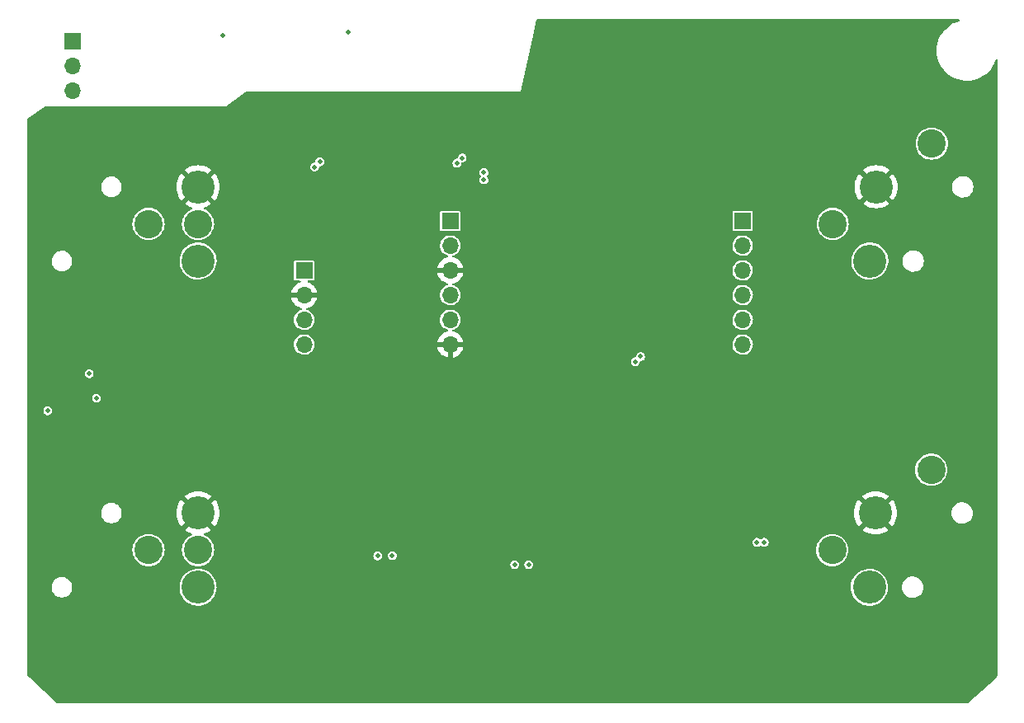
<source format=gbr>
G04 #@! TF.GenerationSoftware,KiCad,Pcbnew,6.0.2+dfsg-1*
G04 #@! TF.CreationDate,2022-08-31T21:38:21+10:00*
G04 #@! TF.ProjectId,AudioInjector.ABS.v1.balanced.preamplifier,41756469-6f49-46e6-9a65-63746f722e41,rev?*
G04 #@! TF.SameCoordinates,Original*
G04 #@! TF.FileFunction,Copper,L2,Inr*
G04 #@! TF.FilePolarity,Positive*
%FSLAX45Y45*%
G04 Gerber Fmt 4.5, Leading zero omitted, Abs format (unit mm)*
G04 Created by KiCad (PCBNEW 6.0.2+dfsg-1) date 2022-08-31 21:38:21*
%MOMM*%
%LPD*%
G01*
G04 APERTURE LIST*
G04 #@! TA.AperFunction,ComponentPad*
%ADD10C,3.400000*%
G04 #@! TD*
G04 #@! TA.AperFunction,ComponentPad*
%ADD11C,2.900000*%
G04 #@! TD*
G04 #@! TA.AperFunction,ComponentPad*
%ADD12R,1.700000X1.700000*%
G04 #@! TD*
G04 #@! TA.AperFunction,ComponentPad*
%ADD13O,1.700000X1.700000*%
G04 #@! TD*
G04 #@! TA.AperFunction,ViaPad*
%ADD14C,0.500000*%
G04 #@! TD*
G04 APERTURE END LIST*
D10*
X10987000Y-11900000D03*
X10987000Y-12662000D03*
D11*
X10987000Y-12281000D03*
X10479000Y-12281000D03*
D10*
X17943500Y-11900000D03*
X17880000Y-12662000D03*
D11*
X17498500Y-12281000D03*
X18515500Y-11456000D03*
D10*
X17938500Y-15250000D03*
X17875000Y-16012000D03*
D11*
X17493500Y-15631000D03*
X18510500Y-14806000D03*
D10*
X10987000Y-15250000D03*
X10987000Y-16012000D03*
D11*
X10987000Y-15631000D03*
X10479000Y-15631000D03*
D12*
X16575000Y-12250000D03*
D13*
X16575000Y-12504000D03*
X16575000Y-12758000D03*
X16575000Y-13012000D03*
X16575000Y-13266000D03*
X16575000Y-13520000D03*
D12*
X9700000Y-10402000D03*
D13*
X9700000Y-10656000D03*
X9700000Y-10910000D03*
D12*
X12075000Y-12758000D03*
D13*
X12075000Y-13012000D03*
X12075000Y-13266000D03*
X12075000Y-13520000D03*
D12*
X13575000Y-12250000D03*
D13*
X13575000Y-12504000D03*
X13575000Y-12758000D03*
X13575000Y-13012000D03*
X13575000Y-13266000D03*
X13575000Y-13520000D03*
D14*
X13360000Y-15375000D03*
X13755000Y-15200000D03*
X14330000Y-11890000D03*
X14050000Y-12910000D03*
X13610000Y-10990000D03*
X18930000Y-12727500D03*
X13020000Y-14150000D03*
X13080000Y-16920000D03*
X12660000Y-14410000D03*
X16320000Y-14130000D03*
X17570000Y-12790000D03*
X11910000Y-13650000D03*
X14100000Y-11150000D03*
X17400000Y-12580000D03*
X15230000Y-16155000D03*
X16890000Y-14530000D03*
X15350000Y-10520000D03*
X14760000Y-13950000D03*
X18922500Y-15992500D03*
X12885000Y-11805000D03*
X18587500Y-10217500D03*
X9440000Y-11145000D03*
X14717500Y-15555000D03*
X17600000Y-15880000D03*
X17490000Y-10990000D03*
X13700000Y-15940000D03*
X18355000Y-11725000D03*
X11975000Y-11875000D03*
X14710000Y-10830000D03*
X15840000Y-13350000D03*
X19125000Y-11512500D03*
X15440000Y-16790000D03*
X14930000Y-10420000D03*
X10240000Y-16540000D03*
X10565000Y-15370000D03*
X14837500Y-15215000D03*
X15680000Y-12380000D03*
X13700000Y-15940000D03*
X12180000Y-12090000D03*
X13320000Y-14610000D03*
X14670000Y-13480000D03*
X17140000Y-17110000D03*
X10750000Y-12675000D03*
X13265000Y-12655000D03*
X18497500Y-11180000D03*
X15290000Y-16930000D03*
X17590000Y-12540000D03*
X12812500Y-16247500D03*
X13040000Y-16460000D03*
X11450000Y-11050000D03*
X11130000Y-16300000D03*
X12545000Y-15895000D03*
X12397500Y-15895000D03*
X11215000Y-15650000D03*
X12170000Y-10980000D03*
X9300000Y-13845000D03*
X14400000Y-16210000D03*
X11850000Y-12805000D03*
X18962500Y-14725000D03*
X16020000Y-10760000D03*
X10550000Y-16040000D03*
X18287500Y-11295000D03*
X16880000Y-12080000D03*
X15670000Y-13750000D03*
X14200000Y-16330000D03*
X16870000Y-15250000D03*
X11985000Y-12580000D03*
X14380000Y-10720000D03*
X16120000Y-15230000D03*
X13330000Y-15940000D03*
X13640000Y-11400000D03*
X16150000Y-16790000D03*
X9812500Y-12947500D03*
X14270000Y-12200000D03*
X14500000Y-14990000D03*
X11245000Y-12290000D03*
X9640000Y-17115000D03*
X18347500Y-12467500D03*
X14080000Y-14610000D03*
X13300000Y-12060000D03*
X12390000Y-12710000D03*
X9842500Y-13995000D03*
X18727500Y-10875000D03*
X13450000Y-11870000D03*
X14880000Y-12150000D03*
X11385000Y-14400000D03*
X11740000Y-16100000D03*
X9455000Y-13130000D03*
X16130000Y-13340000D03*
X11480000Y-13040000D03*
X14670000Y-14240000D03*
X12589999Y-12950001D03*
X15150000Y-15310000D03*
X13330000Y-17100000D03*
X14050000Y-16690000D03*
X14210000Y-13700000D03*
X10452500Y-14670000D03*
X11080000Y-14790000D03*
X16370000Y-13460000D03*
X15370000Y-13770000D03*
X14960000Y-11730000D03*
X13470000Y-16070000D03*
X14180000Y-16910000D03*
X16100000Y-12160000D03*
X12720000Y-16920000D03*
X13330000Y-14160000D03*
X11540000Y-14910000D03*
X16010000Y-13200000D03*
X14130000Y-15990000D03*
X16670000Y-11150000D03*
X19150000Y-10792500D03*
X14690000Y-12470000D03*
X16490000Y-12020000D03*
X12570000Y-11630000D03*
X13030000Y-15410000D03*
X18135000Y-12662500D03*
X9445000Y-14357500D03*
X18505000Y-12795000D03*
X9760000Y-14950000D03*
X13820000Y-12555000D03*
X11470000Y-16530000D03*
X19115000Y-14725000D03*
X16640000Y-15910000D03*
X13850000Y-14620000D03*
X10910000Y-14955000D03*
X11450000Y-13560000D03*
X10137500Y-17010000D03*
X12070000Y-14560000D03*
X16070000Y-10590000D03*
X14780000Y-16395000D03*
X14980000Y-14880000D03*
X10725000Y-16022500D03*
X14270000Y-12770000D03*
X18647500Y-15137500D03*
X9340000Y-14067500D03*
X13400000Y-14925000D03*
X15820000Y-16085000D03*
X18937500Y-11750000D03*
X13960000Y-11920000D03*
X12200000Y-14740000D03*
X9400000Y-16835000D03*
X16267500Y-12555000D03*
X16880000Y-13870000D03*
X15320000Y-13060000D03*
X13350000Y-16290000D03*
X13800000Y-13310000D03*
X17750000Y-15605000D03*
X14080000Y-15680000D03*
X10720000Y-13820000D03*
X9852500Y-11470000D03*
X14620000Y-11430000D03*
X10055000Y-13170000D03*
X13410000Y-12910000D03*
X15150000Y-13280000D03*
X12810000Y-15360000D03*
X15000000Y-12960000D03*
X12360000Y-13210000D03*
X15510000Y-14090000D03*
X12820000Y-12410000D03*
X9850000Y-13440000D03*
X14100000Y-14120000D03*
X15680000Y-15480000D03*
X11750000Y-13860000D03*
X15170000Y-11470000D03*
X14110000Y-11380000D03*
X15480000Y-15290000D03*
X14810000Y-14610000D03*
X14600000Y-16790000D03*
X16860000Y-15410000D03*
X12905000Y-13145000D03*
X13790000Y-11580000D03*
X15070000Y-16325000D03*
X12930000Y-14490000D03*
X12050000Y-11600000D03*
X16880000Y-13735000D03*
X14350000Y-11500000D03*
X16860000Y-16040000D03*
X17300000Y-16840000D03*
X15250000Y-14560000D03*
X9452500Y-16390000D03*
X16080000Y-15405000D03*
X18170000Y-16740000D03*
X13160000Y-11150000D03*
X14540000Y-13100000D03*
X13305000Y-16735000D03*
X12480000Y-12080000D03*
X14360000Y-15230000D03*
X16660000Y-15230000D03*
X14732500Y-15332500D03*
X16330000Y-16110000D03*
X12620000Y-11150000D03*
X10450000Y-11265000D03*
X15440000Y-11330000D03*
X14520000Y-14100000D03*
X15790000Y-12070000D03*
X12650000Y-16760000D03*
X13730000Y-11890000D03*
X15180000Y-13130000D03*
X16540000Y-14950000D03*
X12187500Y-15950000D03*
X11935000Y-15870000D03*
X15860000Y-11590000D03*
X15835000Y-16335000D03*
X10232500Y-15565000D03*
X16250000Y-11540000D03*
X12320000Y-14170000D03*
X14700000Y-15010000D03*
X13620000Y-11760000D03*
X16200000Y-10970000D03*
X15440000Y-15715000D03*
X16170000Y-13690000D03*
X9465000Y-13475000D03*
X17040000Y-12010000D03*
X11320000Y-13190000D03*
X18967500Y-14897500D03*
X11140000Y-13060000D03*
X17060000Y-15330000D03*
X12650000Y-13830000D03*
X12510000Y-11370000D03*
X16280000Y-13120000D03*
X16070000Y-11890000D03*
X19127500Y-13877500D03*
X13260000Y-11650000D03*
X16630000Y-14310000D03*
X10102500Y-12460000D03*
X14460000Y-15510000D03*
X11040000Y-16950000D03*
X13210000Y-13170000D03*
X17060000Y-16060000D03*
X12420000Y-16110000D03*
X13790000Y-14120000D03*
X16140000Y-12342500D03*
X15510000Y-12220000D03*
X14730000Y-15160000D03*
X13080000Y-16160000D03*
X13500000Y-15020000D03*
X12645000Y-16600000D03*
X13785000Y-12140000D03*
X14000000Y-11660000D03*
X14490000Y-10230000D03*
X15410000Y-16450000D03*
X18922500Y-13895000D03*
X11710000Y-14470000D03*
X12940000Y-15160000D03*
X15520000Y-10270000D03*
X15470000Y-15150000D03*
X12640000Y-15000000D03*
X17332500Y-12057500D03*
X16860000Y-12800000D03*
X12550000Y-11870000D03*
X16280000Y-15610000D03*
X10292500Y-12697500D03*
X12500000Y-14760000D03*
X12082500Y-16760000D03*
X14800000Y-13600000D03*
X14220000Y-15510000D03*
X15660000Y-11620000D03*
X16070000Y-13880000D03*
X14990000Y-16020000D03*
X12925000Y-14980000D03*
X10182500Y-14792500D03*
X14240000Y-16750000D03*
X17650000Y-16230000D03*
X14750000Y-16092500D03*
X10270000Y-12040000D03*
X14530000Y-13680000D03*
X15490000Y-14420000D03*
X12190000Y-11420000D03*
X11740000Y-15110000D03*
X16650000Y-15410000D03*
X18942500Y-16847500D03*
X18757500Y-17050000D03*
X9470000Y-11725000D03*
X14520000Y-12200000D03*
X12110000Y-15020000D03*
X14660000Y-13220000D03*
X12900000Y-10980000D03*
X16340000Y-16570000D03*
X14560000Y-15200000D03*
X14910000Y-13740000D03*
X15580000Y-13520000D03*
X12730000Y-15930000D03*
X16590000Y-16580000D03*
X15470000Y-12600000D03*
X16650000Y-13730000D03*
X11625000Y-12600000D03*
X14895000Y-16295000D03*
X15580000Y-12810000D03*
X15200000Y-11780000D03*
X14010000Y-16210000D03*
X12280000Y-11890000D03*
X14950000Y-13470000D03*
X17490000Y-10260000D03*
X15580000Y-15875000D03*
X16870000Y-13220000D03*
X14510000Y-13380000D03*
X19140000Y-16850000D03*
X15450000Y-10990000D03*
X15830000Y-13010000D03*
X9782500Y-13610000D03*
X16620000Y-11750000D03*
X15260000Y-17110000D03*
X18912500Y-17125000D03*
X17980000Y-13770000D03*
X12900000Y-11340000D03*
X15410000Y-12930000D03*
X14200000Y-14850000D03*
X13012500Y-16727500D03*
X15320000Y-12440000D03*
X11870000Y-16490000D03*
X16450000Y-11790000D03*
X18727500Y-11595000D03*
X10725000Y-12155000D03*
X16330000Y-14660000D03*
X17050000Y-13650000D03*
X10030000Y-13815000D03*
X12980000Y-14760000D03*
X15600000Y-10620000D03*
X15410000Y-16005000D03*
X11720000Y-11360000D03*
X11330000Y-14050000D03*
X13500000Y-11600000D03*
X12080000Y-13990000D03*
X10062500Y-14377500D03*
X12840000Y-16720000D03*
X14890000Y-13070000D03*
X15280000Y-15490000D03*
X15450000Y-16610000D03*
X11245000Y-12640000D03*
X11740000Y-11140000D03*
X15430000Y-13370000D03*
X13300000Y-11370000D03*
X11960000Y-16930000D03*
X17320000Y-15880000D03*
X16680000Y-11990000D03*
X11985000Y-15370000D03*
X14750000Y-16610000D03*
X15770000Y-15130000D03*
X13410000Y-12250000D03*
X12192500Y-16107500D03*
X15740000Y-14740000D03*
X12595000Y-15680000D03*
X16660000Y-13880000D03*
X13210000Y-13870000D03*
X9830000Y-14402500D03*
X19125000Y-12737500D03*
X18960000Y-12095000D03*
X12320000Y-11540000D03*
X15100000Y-14500000D03*
X14490000Y-15900000D03*
X18790000Y-11352500D03*
X14680000Y-12950000D03*
X16350000Y-16830000D03*
X13580000Y-15150000D03*
X14670000Y-13620000D03*
X12327500Y-15200000D03*
X9435000Y-12510000D03*
X13440000Y-15150000D03*
X15190000Y-14940000D03*
X12770000Y-12140000D03*
X12185000Y-12430000D03*
X11515000Y-15775000D03*
X15440000Y-10660000D03*
X18490000Y-10565000D03*
X14620000Y-11860000D03*
X9415000Y-15540000D03*
X16797500Y-15550000D03*
X16722500Y-15550000D03*
X12980000Y-15687500D03*
X14235000Y-15780000D03*
X12830000Y-15690000D03*
X14380000Y-15780000D03*
X15526517Y-13643483D03*
X12236517Y-11643483D03*
X12183483Y-11696517D03*
X15473483Y-13696517D03*
X13696517Y-11603483D03*
X13920000Y-11752500D03*
X13643483Y-11656517D03*
X13920000Y-11827500D03*
X11243000Y-10342000D03*
X12525000Y-10310000D03*
X9445000Y-14200000D03*
X9870000Y-13820000D03*
X9945000Y-14070000D03*
G04 #@! TA.AperFunction,Conductor*
G36*
X18801322Y-10181891D02*
G01*
X18804918Y-10186841D01*
X18804918Y-10192959D01*
X18801322Y-10197909D01*
X18798273Y-10199405D01*
X18771603Y-10207178D01*
X18771603Y-10207178D01*
X18771334Y-10207257D01*
X18738861Y-10220874D01*
X18738615Y-10221011D01*
X18738615Y-10221012D01*
X18735293Y-10222872D01*
X18708138Y-10238079D01*
X18679561Y-10258652D01*
X18653495Y-10282328D01*
X18653310Y-10282539D01*
X18653310Y-10282540D01*
X18639652Y-10298113D01*
X18630278Y-10308802D01*
X18610207Y-10337735D01*
X18593540Y-10368753D01*
X18593436Y-10369014D01*
X18593436Y-10369014D01*
X18583881Y-10392963D01*
X18580492Y-10401459D01*
X18580418Y-10401729D01*
X18580418Y-10401729D01*
X18571765Y-10433468D01*
X18571230Y-10435432D01*
X18571187Y-10435708D01*
X18571187Y-10435708D01*
X18566440Y-10466551D01*
X18565873Y-10470235D01*
X18565862Y-10470514D01*
X18565862Y-10470514D01*
X18564616Y-10502237D01*
X18564491Y-10505420D01*
X18564512Y-10505700D01*
X18567080Y-10540257D01*
X18567080Y-10540258D01*
X18567100Y-10540536D01*
X18573668Y-10575130D01*
X18584110Y-10608759D01*
X18598292Y-10640990D01*
X18598433Y-10641232D01*
X18598434Y-10641232D01*
X18608765Y-10658947D01*
X18616031Y-10671408D01*
X18637100Y-10699622D01*
X18661227Y-10725270D01*
X18688102Y-10748021D01*
X18717381Y-10767585D01*
X18717629Y-10767713D01*
X18717630Y-10767713D01*
X18739523Y-10778989D01*
X18748685Y-10783708D01*
X18748948Y-10783807D01*
X18748949Y-10783807D01*
X18781351Y-10796083D01*
X18781352Y-10796084D01*
X18781614Y-10796183D01*
X18815743Y-10804851D01*
X18850634Y-10809599D01*
X18850870Y-10809609D01*
X18850870Y-10809609D01*
X18862013Y-10810046D01*
X18862015Y-10810046D01*
X18862108Y-10810050D01*
X18883920Y-10810050D01*
X18903422Y-10808943D01*
X18909876Y-10808576D01*
X18909876Y-10808576D01*
X18910156Y-10808560D01*
X18910432Y-10808513D01*
X18910433Y-10808513D01*
X18944583Y-10802645D01*
X18944584Y-10802645D01*
X18944860Y-10802597D01*
X18945129Y-10802519D01*
X18945129Y-10802519D01*
X18978397Y-10792822D01*
X18978397Y-10792822D01*
X18978666Y-10792743D01*
X19011139Y-10779126D01*
X19041862Y-10761921D01*
X19070440Y-10741348D01*
X19096505Y-10717672D01*
X19097228Y-10716847D01*
X19119537Y-10691409D01*
X19119537Y-10691409D01*
X19119722Y-10691198D01*
X19139793Y-10662265D01*
X19156460Y-10631247D01*
X19165432Y-10608759D01*
X19169404Y-10598801D01*
X19169508Y-10598541D01*
X19170549Y-10594725D01*
X19173903Y-10589608D01*
X19179625Y-10587440D01*
X19185528Y-10589049D01*
X19189358Y-10593821D01*
X19190000Y-10597329D01*
X19190000Y-16881604D01*
X19189748Y-16883823D01*
X19189486Y-16884964D01*
X19189732Y-16886052D01*
X19189730Y-16886976D01*
X19189833Y-16888184D01*
X19188274Y-16917931D01*
X19188166Y-16918961D01*
X19185035Y-16938727D01*
X19182258Y-16944179D01*
X19181728Y-16944671D01*
X18883526Y-17202209D01*
X18877573Y-17204603D01*
X18873236Y-17204830D01*
X18872167Y-17204737D01*
X18871122Y-17204736D01*
X18870036Y-17204486D01*
X18868949Y-17204732D01*
X18868948Y-17204732D01*
X18868842Y-17204756D01*
X18866657Y-17205000D01*
X9553396Y-17205000D01*
X9551177Y-17204748D01*
X9550036Y-17204486D01*
X9548948Y-17204732D01*
X9548024Y-17204730D01*
X9546816Y-17204833D01*
X9543809Y-17204676D01*
X9538097Y-17202483D01*
X9537491Y-17201950D01*
X9261734Y-16938727D01*
X9234138Y-16912386D01*
X9231234Y-16907000D01*
X9231087Y-16905743D01*
X9230878Y-16901751D01*
X9230171Y-16888261D01*
X9230354Y-16886179D01*
X9230323Y-16886175D01*
X9230388Y-16885618D01*
X9230514Y-16885072D01*
X9230514Y-16885000D01*
X9230248Y-16883832D01*
X9230000Y-16881630D01*
X9230000Y-16011263D01*
X9484444Y-16011263D01*
X9484960Y-16016929D01*
X9485886Y-16027106D01*
X9486311Y-16031780D01*
X9492128Y-16051543D01*
X9501673Y-16069800D01*
X9503240Y-16071749D01*
X9513558Y-16084582D01*
X9514582Y-16085855D01*
X9514953Y-16086167D01*
X9514953Y-16086167D01*
X9521549Y-16091702D01*
X9530363Y-16099098D01*
X9530788Y-16099331D01*
X9530788Y-16099331D01*
X9533528Y-16100837D01*
X9548416Y-16109022D01*
X9548878Y-16109169D01*
X9548878Y-16109169D01*
X9565460Y-16114429D01*
X9568053Y-16115252D01*
X9568534Y-16115306D01*
X9568535Y-16115306D01*
X9583811Y-16117019D01*
X9583811Y-16117019D01*
X9584086Y-16117050D01*
X9595184Y-16117050D01*
X9595424Y-16117026D01*
X9595424Y-16117026D01*
X9610022Y-16115595D01*
X9610022Y-16115595D01*
X9610503Y-16115548D01*
X9610966Y-16115408D01*
X9610966Y-16115408D01*
X9627803Y-16110325D01*
X9630225Y-16109593D01*
X9648415Y-16099922D01*
X9664380Y-16086901D01*
X9672941Y-16076553D01*
X9677204Y-16071400D01*
X9677204Y-16071400D01*
X9677512Y-16071027D01*
X9684545Y-16058020D01*
X9687080Y-16053331D01*
X9687080Y-16053331D01*
X9687310Y-16052905D01*
X9689267Y-16046585D01*
X9693259Y-16033687D01*
X9693259Y-16033687D01*
X9693402Y-16033225D01*
X9693506Y-16032244D01*
X9695505Y-16013218D01*
X9695505Y-16013218D01*
X9695556Y-16012737D01*
X9694944Y-16006015D01*
X10796559Y-16006015D01*
X10796572Y-16006364D01*
X10796572Y-16006365D01*
X10796804Y-16012253D01*
X10797615Y-16032908D01*
X10798660Y-16038627D01*
X10802201Y-16058020D01*
X10802451Y-16059384D01*
X10802561Y-16059716D01*
X10802561Y-16059716D01*
X10810614Y-16083852D01*
X10810968Y-16084915D01*
X10811125Y-16085228D01*
X10811125Y-16085228D01*
X10811961Y-16086901D01*
X10822998Y-16108990D01*
X10838300Y-16131131D01*
X10856570Y-16150894D01*
X10856841Y-16151115D01*
X10856841Y-16151115D01*
X10877170Y-16167666D01*
X10877441Y-16167887D01*
X10900499Y-16181768D01*
X10925282Y-16192263D01*
X10951297Y-16199161D01*
X10951645Y-16199202D01*
X10951645Y-16199202D01*
X10972181Y-16201632D01*
X10978025Y-16202324D01*
X10978373Y-16202316D01*
X10978374Y-16202316D01*
X10990634Y-16202027D01*
X11004931Y-16201690D01*
X11031480Y-16197271D01*
X11031813Y-16197166D01*
X11031813Y-16197165D01*
X11041437Y-16194122D01*
X11057141Y-16189155D01*
X11057457Y-16189004D01*
X11057457Y-16189004D01*
X11081087Y-16177657D01*
X11081087Y-16177656D01*
X11081403Y-16177505D01*
X11103781Y-16162553D01*
X11104041Y-16162319D01*
X11104042Y-16162319D01*
X11123568Y-16144830D01*
X11123568Y-16144830D01*
X11123829Y-16144596D01*
X11141147Y-16123994D01*
X11155389Y-16101157D01*
X11155530Y-16100837D01*
X11166130Y-16076862D01*
X11166130Y-16076861D01*
X11166271Y-16076542D01*
X11166366Y-16076205D01*
X11166366Y-16076205D01*
X11172817Y-16053331D01*
X11173577Y-16050638D01*
X11177160Y-16023964D01*
X11177497Y-16013218D01*
X11177528Y-16012253D01*
X11177528Y-16012252D01*
X11177536Y-16012000D01*
X11177483Y-16011263D01*
X11177112Y-16006015D01*
X17684559Y-16006015D01*
X17684572Y-16006364D01*
X17684572Y-16006365D01*
X17684804Y-16012253D01*
X17685615Y-16032908D01*
X17686660Y-16038627D01*
X17690201Y-16058020D01*
X17690451Y-16059384D01*
X17690561Y-16059716D01*
X17690561Y-16059716D01*
X17698614Y-16083852D01*
X17698968Y-16084915D01*
X17699125Y-16085228D01*
X17699125Y-16085228D01*
X17699961Y-16086901D01*
X17710998Y-16108990D01*
X17726300Y-16131131D01*
X17744570Y-16150894D01*
X17744841Y-16151115D01*
X17744841Y-16151115D01*
X17765170Y-16167666D01*
X17765441Y-16167887D01*
X17788499Y-16181768D01*
X17813282Y-16192263D01*
X17839297Y-16199161D01*
X17839645Y-16199202D01*
X17839645Y-16199202D01*
X17860181Y-16201632D01*
X17866025Y-16202324D01*
X17866373Y-16202316D01*
X17866374Y-16202316D01*
X17878634Y-16202027D01*
X17892931Y-16201690D01*
X17919480Y-16197271D01*
X17919813Y-16197166D01*
X17919813Y-16197165D01*
X17929437Y-16194122D01*
X17945141Y-16189155D01*
X17945457Y-16189004D01*
X17945457Y-16189004D01*
X17969087Y-16177657D01*
X17969087Y-16177656D01*
X17969403Y-16177505D01*
X17991781Y-16162553D01*
X17992041Y-16162319D01*
X17992042Y-16162319D01*
X18011568Y-16144830D01*
X18011568Y-16144830D01*
X18011829Y-16144596D01*
X18029147Y-16123994D01*
X18043389Y-16101157D01*
X18043530Y-16100837D01*
X18054130Y-16076862D01*
X18054130Y-16076861D01*
X18054271Y-16076542D01*
X18054366Y-16076205D01*
X18054366Y-16076205D01*
X18060817Y-16053331D01*
X18061577Y-16050638D01*
X18065160Y-16023964D01*
X18065497Y-16013218D01*
X18065528Y-16012253D01*
X18065528Y-16012252D01*
X18065536Y-16012000D01*
X18065483Y-16011263D01*
X18065153Y-16006600D01*
X18209081Y-16006600D01*
X18209103Y-16007071D01*
X18209103Y-16007071D01*
X18209873Y-16023710D01*
X18210052Y-16027577D01*
X18210163Y-16028035D01*
X18212608Y-16038183D01*
X18214972Y-16047992D01*
X18223664Y-16067108D01*
X18235814Y-16084236D01*
X18238917Y-16087207D01*
X18250643Y-16098432D01*
X18250643Y-16098432D01*
X18250983Y-16098757D01*
X18268625Y-16110148D01*
X18269062Y-16110325D01*
X18285749Y-16117050D01*
X18288102Y-16117998D01*
X18288564Y-16118088D01*
X18308363Y-16121955D01*
X18308363Y-16121955D01*
X18308712Y-16122023D01*
X18309264Y-16122050D01*
X18324747Y-16122050D01*
X18334354Y-16121133D01*
X18339935Y-16120601D01*
X18339936Y-16120601D01*
X18340405Y-16120556D01*
X18360555Y-16114645D01*
X18379224Y-16105029D01*
X18395738Y-16092058D01*
X18409501Y-16076197D01*
X18420017Y-16058020D01*
X18423499Y-16047992D01*
X18426751Y-16038627D01*
X18426751Y-16038627D01*
X18426905Y-16038183D01*
X18427721Y-16032558D01*
X18429851Y-16017867D01*
X18429851Y-16017867D01*
X18429919Y-16017400D01*
X18429897Y-16016929D01*
X18428970Y-15996894D01*
X18428970Y-15996894D01*
X18428948Y-15996423D01*
X18426504Y-15986284D01*
X18424138Y-15976466D01*
X18424138Y-15976466D01*
X18424028Y-15976008D01*
X18415336Y-15956892D01*
X18403186Y-15939764D01*
X18394712Y-15931651D01*
X18388357Y-15925568D01*
X18388357Y-15925568D01*
X18388017Y-15925242D01*
X18370375Y-15913851D01*
X18369938Y-15913675D01*
X18351336Y-15906178D01*
X18351335Y-15906178D01*
X18350898Y-15906002D01*
X18350369Y-15905898D01*
X18330637Y-15902045D01*
X18330637Y-15902045D01*
X18330288Y-15901977D01*
X18329736Y-15901950D01*
X18314253Y-15901950D01*
X18304646Y-15902867D01*
X18299065Y-15903399D01*
X18299065Y-15903399D01*
X18298595Y-15903444D01*
X18278445Y-15909355D01*
X18259776Y-15918970D01*
X18243262Y-15931942D01*
X18229499Y-15947803D01*
X18218983Y-15965980D01*
X18218829Y-15966424D01*
X18218829Y-15966424D01*
X18214378Y-15979241D01*
X18212095Y-15985817D01*
X18212027Y-15986284D01*
X18211234Y-15991756D01*
X18209081Y-16006600D01*
X18065153Y-16006600D01*
X18064169Y-15992702D01*
X18063635Y-15985153D01*
X18057970Y-15958842D01*
X18056118Y-15953823D01*
X18048776Y-15933921D01*
X18048655Y-15933592D01*
X18047765Y-15931942D01*
X18036041Y-15910214D01*
X18036040Y-15910214D01*
X18035874Y-15909906D01*
X18035468Y-15909355D01*
X18020093Y-15888539D01*
X18019884Y-15888257D01*
X18001003Y-15869077D01*
X17979608Y-15852749D01*
X17956126Y-15839598D01*
X17931025Y-15829887D01*
X17930685Y-15829809D01*
X17930684Y-15829808D01*
X17909848Y-15824979D01*
X17904806Y-15823810D01*
X17883804Y-15821991D01*
X17878342Y-15821518D01*
X17878342Y-15821518D01*
X17877993Y-15821488D01*
X17866421Y-15822125D01*
X17851470Y-15822948D01*
X17851469Y-15822948D01*
X17851120Y-15822967D01*
X17824723Y-15828218D01*
X17799329Y-15837135D01*
X17799019Y-15837296D01*
X17799019Y-15837296D01*
X17794588Y-15839598D01*
X17775446Y-15849542D01*
X17775161Y-15849745D01*
X17775161Y-15849745D01*
X17766312Y-15856069D01*
X17753548Y-15865190D01*
X17749211Y-15869327D01*
X17734327Y-15883526D01*
X17734327Y-15883526D01*
X17734074Y-15883767D01*
X17717412Y-15904903D01*
X17703894Y-15928176D01*
X17693790Y-15953121D01*
X17687302Y-15979241D01*
X17684559Y-16006015D01*
X11177112Y-16006015D01*
X11176169Y-15992702D01*
X11175635Y-15985153D01*
X11169970Y-15958842D01*
X11168118Y-15953823D01*
X11160776Y-15933921D01*
X11160655Y-15933592D01*
X11159765Y-15931942D01*
X11148041Y-15910214D01*
X11148040Y-15910214D01*
X11147874Y-15909906D01*
X11147468Y-15909355D01*
X11132093Y-15888539D01*
X11131884Y-15888257D01*
X11113003Y-15869077D01*
X11091608Y-15852749D01*
X11068126Y-15839598D01*
X11043025Y-15829887D01*
X11042685Y-15829809D01*
X11042684Y-15829808D01*
X11021848Y-15824979D01*
X11016806Y-15823810D01*
X10995804Y-15821991D01*
X10990342Y-15821518D01*
X10990342Y-15821518D01*
X10989993Y-15821488D01*
X10978421Y-15822125D01*
X10963470Y-15822948D01*
X10963469Y-15822948D01*
X10963120Y-15822967D01*
X10936723Y-15828218D01*
X10911329Y-15837135D01*
X10911019Y-15837296D01*
X10911019Y-15837296D01*
X10906588Y-15839598D01*
X10887446Y-15849542D01*
X10887161Y-15849745D01*
X10887161Y-15849745D01*
X10878312Y-15856069D01*
X10865548Y-15865190D01*
X10861211Y-15869327D01*
X10846327Y-15883526D01*
X10846327Y-15883526D01*
X10846074Y-15883767D01*
X10829412Y-15904903D01*
X10815894Y-15928176D01*
X10805790Y-15953121D01*
X10799302Y-15979241D01*
X10796559Y-16006015D01*
X9694944Y-16006015D01*
X9694912Y-16005666D01*
X9693733Y-15992702D01*
X9693732Y-15992702D01*
X9693689Y-15992220D01*
X9687872Y-15972457D01*
X9678327Y-15954200D01*
X9672898Y-15947447D01*
X9665722Y-15938522D01*
X9665722Y-15938522D01*
X9665419Y-15938145D01*
X9659625Y-15933283D01*
X9650009Y-15925214D01*
X9650008Y-15925214D01*
X9649637Y-15924902D01*
X9647724Y-15923851D01*
X9643474Y-15921514D01*
X9631584Y-15914978D01*
X9631123Y-15914831D01*
X9631122Y-15914831D01*
X9612408Y-15908895D01*
X9611947Y-15908748D01*
X9611466Y-15908694D01*
X9611466Y-15908694D01*
X9596189Y-15906981D01*
X9596189Y-15906981D01*
X9595914Y-15906950D01*
X9584816Y-15906950D01*
X9584576Y-15906973D01*
X9584576Y-15906973D01*
X9569978Y-15908405D01*
X9569978Y-15908405D01*
X9569497Y-15908452D01*
X9569035Y-15908592D01*
X9569034Y-15908592D01*
X9557787Y-15911987D01*
X9549775Y-15914406D01*
X9531585Y-15924078D01*
X9515620Y-15937099D01*
X9502488Y-15952972D01*
X9502258Y-15953398D01*
X9495215Y-15966424D01*
X9492690Y-15971094D01*
X9492547Y-15971556D01*
X9488230Y-15985503D01*
X9486598Y-15990775D01*
X9486547Y-15991255D01*
X9486547Y-15991256D01*
X9486395Y-15992702D01*
X9484444Y-16011263D01*
X9230000Y-16011263D01*
X9230000Y-15631000D01*
X10313440Y-15631000D01*
X10313470Y-15631387D01*
X10315426Y-15656237D01*
X10315478Y-15656899D01*
X10315569Y-15657277D01*
X10320526Y-15677924D01*
X10321543Y-15682161D01*
X10331485Y-15706163D01*
X10345059Y-15728314D01*
X10345312Y-15728610D01*
X10345312Y-15728610D01*
X10348393Y-15732217D01*
X10361931Y-15748069D01*
X10381686Y-15764941D01*
X10403837Y-15778515D01*
X10427839Y-15788457D01*
X10428216Y-15788548D01*
X10428217Y-15788548D01*
X10440681Y-15791540D01*
X10453101Y-15794522D01*
X10453487Y-15794552D01*
X10453488Y-15794553D01*
X10478613Y-15796530D01*
X10479000Y-15796560D01*
X10479388Y-15796530D01*
X10504512Y-15794553D01*
X10504513Y-15794552D01*
X10504899Y-15794522D01*
X10517319Y-15791540D01*
X10529783Y-15788548D01*
X10529784Y-15788548D01*
X10530161Y-15788457D01*
X10554163Y-15778515D01*
X10576314Y-15764941D01*
X10596069Y-15748069D01*
X10609607Y-15732217D01*
X10612688Y-15728610D01*
X10612688Y-15728610D01*
X10612941Y-15728314D01*
X10626515Y-15706163D01*
X10636457Y-15682161D01*
X10637475Y-15677924D01*
X10642432Y-15657277D01*
X10642522Y-15656899D01*
X10642574Y-15656237D01*
X10644530Y-15631387D01*
X10644560Y-15631000D01*
X10821440Y-15631000D01*
X10821470Y-15631387D01*
X10823426Y-15656237D01*
X10823478Y-15656899D01*
X10823569Y-15657277D01*
X10828526Y-15677924D01*
X10829543Y-15682161D01*
X10839485Y-15706163D01*
X10853059Y-15728314D01*
X10853312Y-15728610D01*
X10853312Y-15728610D01*
X10856393Y-15732217D01*
X10869931Y-15748069D01*
X10889686Y-15764941D01*
X10911837Y-15778515D01*
X10935839Y-15788457D01*
X10936216Y-15788548D01*
X10936217Y-15788548D01*
X10948681Y-15791540D01*
X10961101Y-15794522D01*
X10961487Y-15794552D01*
X10961488Y-15794553D01*
X10986613Y-15796530D01*
X10987000Y-15796560D01*
X10987388Y-15796530D01*
X11012512Y-15794553D01*
X11012513Y-15794552D01*
X11012899Y-15794522D01*
X11025319Y-15791540D01*
X11037783Y-15788548D01*
X11037784Y-15788548D01*
X11038161Y-15788457D01*
X11059921Y-15779444D01*
X14189490Y-15779444D01*
X14189582Y-15780144D01*
X14189582Y-15780144D01*
X14189708Y-15781112D01*
X14191163Y-15792239D01*
X14191447Y-15792884D01*
X14191447Y-15792885D01*
X14196076Y-15803405D01*
X14196360Y-15804051D01*
X14200512Y-15808990D01*
X14204210Y-15813389D01*
X14204210Y-15813389D01*
X14204664Y-15813929D01*
X14215406Y-15821080D01*
X14216079Y-15821290D01*
X14216079Y-15821290D01*
X14221385Y-15822948D01*
X14227723Y-15824928D01*
X14234174Y-15825046D01*
X14239920Y-15825151D01*
X14239920Y-15825151D01*
X14240625Y-15825164D01*
X14241306Y-15824979D01*
X14241306Y-15824979D01*
X14245703Y-15823780D01*
X14253075Y-15821770D01*
X14264072Y-15815018D01*
X14272732Y-15805451D01*
X14278359Y-15793837D01*
X14280500Y-15781112D01*
X14280513Y-15780000D01*
X14280434Y-15779444D01*
X14334490Y-15779444D01*
X14334582Y-15780144D01*
X14334582Y-15780144D01*
X14334708Y-15781112D01*
X14336163Y-15792239D01*
X14336447Y-15792884D01*
X14336447Y-15792885D01*
X14341076Y-15803405D01*
X14341360Y-15804051D01*
X14345512Y-15808990D01*
X14349210Y-15813389D01*
X14349210Y-15813389D01*
X14349664Y-15813929D01*
X14360406Y-15821080D01*
X14361079Y-15821290D01*
X14361079Y-15821290D01*
X14366385Y-15822948D01*
X14372723Y-15824928D01*
X14379174Y-15825046D01*
X14384920Y-15825151D01*
X14384920Y-15825151D01*
X14385625Y-15825164D01*
X14386306Y-15824979D01*
X14386306Y-15824979D01*
X14390703Y-15823780D01*
X14398075Y-15821770D01*
X14409072Y-15815018D01*
X14417732Y-15805451D01*
X14423359Y-15793837D01*
X14425500Y-15781112D01*
X14425513Y-15780000D01*
X14423684Y-15767226D01*
X14418343Y-15755479D01*
X14409919Y-15745703D01*
X14409328Y-15745319D01*
X14409327Y-15745319D01*
X14399682Y-15739068D01*
X14399091Y-15738684D01*
X14398415Y-15738482D01*
X14398415Y-15738482D01*
X14394133Y-15737202D01*
X14386727Y-15734987D01*
X14379064Y-15734940D01*
X14374528Y-15734912D01*
X14373823Y-15734908D01*
X14373145Y-15735101D01*
X14373145Y-15735101D01*
X14362093Y-15738260D01*
X14362093Y-15738260D01*
X14361415Y-15738454D01*
X14350502Y-15745340D01*
X14341960Y-15755012D01*
X14336475Y-15766693D01*
X14334490Y-15779444D01*
X14280434Y-15779444D01*
X14278684Y-15767226D01*
X14273343Y-15755479D01*
X14264919Y-15745703D01*
X14264328Y-15745319D01*
X14264327Y-15745319D01*
X14254682Y-15739068D01*
X14254091Y-15738684D01*
X14253415Y-15738482D01*
X14253415Y-15738482D01*
X14249133Y-15737202D01*
X14241727Y-15734987D01*
X14234064Y-15734940D01*
X14229528Y-15734912D01*
X14228823Y-15734908D01*
X14228145Y-15735101D01*
X14228145Y-15735101D01*
X14217093Y-15738260D01*
X14217093Y-15738260D01*
X14216415Y-15738454D01*
X14205502Y-15745340D01*
X14196960Y-15755012D01*
X14191475Y-15766693D01*
X14189490Y-15779444D01*
X11059921Y-15779444D01*
X11062163Y-15778515D01*
X11084314Y-15764941D01*
X11104069Y-15748069D01*
X11117607Y-15732217D01*
X11120688Y-15728610D01*
X11120688Y-15728610D01*
X11120941Y-15728314D01*
X11134515Y-15706163D01*
X11141441Y-15689444D01*
X12784490Y-15689444D01*
X12784582Y-15690144D01*
X12784582Y-15690144D01*
X12784708Y-15691112D01*
X12786163Y-15702239D01*
X12786447Y-15702884D01*
X12786447Y-15702885D01*
X12791076Y-15713405D01*
X12791360Y-15714051D01*
X12795512Y-15718990D01*
X12799210Y-15723389D01*
X12799210Y-15723389D01*
X12799664Y-15723929D01*
X12810406Y-15731080D01*
X12811079Y-15731290D01*
X12811079Y-15731290D01*
X12815437Y-15732651D01*
X12822723Y-15734928D01*
X12829174Y-15735046D01*
X12834920Y-15735151D01*
X12834920Y-15735151D01*
X12835625Y-15735164D01*
X12836306Y-15734979D01*
X12836306Y-15734979D01*
X12840483Y-15733840D01*
X12848075Y-15731770D01*
X12859072Y-15725018D01*
X12867732Y-15715451D01*
X12873359Y-15703837D01*
X12875500Y-15691112D01*
X12875513Y-15690000D01*
X12875076Y-15686944D01*
X12934490Y-15686944D01*
X12934582Y-15687644D01*
X12934582Y-15687644D01*
X12934708Y-15688612D01*
X12936163Y-15699739D01*
X12936447Y-15700384D01*
X12936447Y-15700385D01*
X12938990Y-15706163D01*
X12941360Y-15711551D01*
X12945078Y-15715973D01*
X12949210Y-15720889D01*
X12949210Y-15720889D01*
X12949664Y-15721429D01*
X12960406Y-15728580D01*
X12961079Y-15728790D01*
X12961079Y-15728790D01*
X12966565Y-15730504D01*
X12972723Y-15732428D01*
X12979174Y-15732546D01*
X12984920Y-15732651D01*
X12984920Y-15732651D01*
X12985625Y-15732664D01*
X12986306Y-15732479D01*
X12986306Y-15732479D01*
X12991438Y-15731080D01*
X12998075Y-15729270D01*
X13009072Y-15722518D01*
X13017732Y-15712951D01*
X13021840Y-15704472D01*
X13023051Y-15701972D01*
X13023051Y-15701972D01*
X13023359Y-15701337D01*
X13025143Y-15690730D01*
X13025436Y-15688989D01*
X13025436Y-15688989D01*
X13025500Y-15688612D01*
X13025513Y-15687500D01*
X13023684Y-15674726D01*
X13018343Y-15662979D01*
X13012073Y-15655703D01*
X13010380Y-15653737D01*
X13010380Y-15653737D01*
X13009919Y-15653203D01*
X13009328Y-15652819D01*
X13009327Y-15652819D01*
X12999682Y-15646568D01*
X12999091Y-15646184D01*
X12998415Y-15645982D01*
X12998415Y-15645982D01*
X12994133Y-15644702D01*
X12986727Y-15642487D01*
X12979064Y-15642440D01*
X12974528Y-15642412D01*
X12973823Y-15642408D01*
X12973145Y-15642601D01*
X12973145Y-15642601D01*
X12962093Y-15645760D01*
X12962093Y-15645760D01*
X12961415Y-15645954D01*
X12950502Y-15652840D01*
X12941960Y-15662512D01*
X12936475Y-15674193D01*
X12934490Y-15686944D01*
X12875076Y-15686944D01*
X12873684Y-15677226D01*
X12868343Y-15665479D01*
X12859919Y-15655703D01*
X12859328Y-15655319D01*
X12859327Y-15655319D01*
X12849682Y-15649068D01*
X12849091Y-15648684D01*
X12848415Y-15648482D01*
X12848415Y-15648482D01*
X12842014Y-15646568D01*
X12836727Y-15644987D01*
X12829064Y-15644940D01*
X12824528Y-15644912D01*
X12823823Y-15644908D01*
X12823145Y-15645101D01*
X12823145Y-15645101D01*
X12812093Y-15648260D01*
X12812093Y-15648260D01*
X12811415Y-15648454D01*
X12800502Y-15655340D01*
X12791960Y-15665012D01*
X12786475Y-15676693D01*
X12784490Y-15689444D01*
X11141441Y-15689444D01*
X11144457Y-15682161D01*
X11145475Y-15677924D01*
X11150432Y-15657277D01*
X11150522Y-15656899D01*
X11150574Y-15656237D01*
X11152530Y-15631387D01*
X11152560Y-15631000D01*
X17327940Y-15631000D01*
X17327970Y-15631387D01*
X17329926Y-15656237D01*
X17329978Y-15656899D01*
X17330069Y-15657277D01*
X17335026Y-15677924D01*
X17336043Y-15682161D01*
X17345985Y-15706163D01*
X17359559Y-15728314D01*
X17359812Y-15728610D01*
X17359812Y-15728610D01*
X17362893Y-15732217D01*
X17376431Y-15748069D01*
X17396186Y-15764941D01*
X17418337Y-15778515D01*
X17442339Y-15788457D01*
X17442716Y-15788548D01*
X17442717Y-15788548D01*
X17455181Y-15791540D01*
X17467601Y-15794522D01*
X17467987Y-15794552D01*
X17467988Y-15794553D01*
X17493113Y-15796530D01*
X17493500Y-15796560D01*
X17493888Y-15796530D01*
X17519012Y-15794553D01*
X17519013Y-15794552D01*
X17519399Y-15794522D01*
X17531819Y-15791540D01*
X17544283Y-15788548D01*
X17544284Y-15788548D01*
X17544661Y-15788457D01*
X17568663Y-15778515D01*
X17590814Y-15764941D01*
X17610569Y-15748069D01*
X17624107Y-15732217D01*
X17627188Y-15728610D01*
X17627188Y-15728610D01*
X17627441Y-15728314D01*
X17641015Y-15706163D01*
X17650957Y-15682161D01*
X17651975Y-15677924D01*
X17656932Y-15657277D01*
X17657022Y-15656899D01*
X17657074Y-15656237D01*
X17659030Y-15631387D01*
X17659060Y-15631000D01*
X17657022Y-15605101D01*
X17652289Y-15585387D01*
X17651048Y-15580217D01*
X17651048Y-15580216D01*
X17650957Y-15579839D01*
X17641015Y-15555837D01*
X17627441Y-15533686D01*
X17610569Y-15513931D01*
X17600231Y-15505101D01*
X17591110Y-15497312D01*
X17591110Y-15497312D01*
X17590814Y-15497059D01*
X17568663Y-15483485D01*
X17544661Y-15473543D01*
X17544284Y-15473452D01*
X17544283Y-15473452D01*
X17527063Y-15469318D01*
X17519399Y-15467478D01*
X17519013Y-15467447D01*
X17519012Y-15467447D01*
X17493888Y-15465470D01*
X17493500Y-15465440D01*
X17493113Y-15465470D01*
X17467988Y-15467447D01*
X17467987Y-15467447D01*
X17467601Y-15467478D01*
X17459937Y-15469318D01*
X17442717Y-15473452D01*
X17442716Y-15473452D01*
X17442339Y-15473543D01*
X17418337Y-15483485D01*
X17396186Y-15497059D01*
X17395890Y-15497312D01*
X17395890Y-15497312D01*
X17386769Y-15505101D01*
X17376431Y-15513931D01*
X17359559Y-15533686D01*
X17345985Y-15555837D01*
X17336043Y-15579839D01*
X17335952Y-15580216D01*
X17335952Y-15580217D01*
X17334711Y-15585387D01*
X17329978Y-15605101D01*
X17327940Y-15631000D01*
X11152560Y-15631000D01*
X11150522Y-15605101D01*
X11145789Y-15585387D01*
X11144548Y-15580217D01*
X11144548Y-15580216D01*
X11144457Y-15579839D01*
X11134515Y-15555837D01*
X11130598Y-15549444D01*
X16676990Y-15549444D01*
X16677082Y-15550144D01*
X16677082Y-15550144D01*
X16677208Y-15551112D01*
X16678663Y-15562239D01*
X16678947Y-15562884D01*
X16678947Y-15562885D01*
X16679646Y-15564472D01*
X16683860Y-15574051D01*
X16688012Y-15578990D01*
X16691710Y-15583389D01*
X16691710Y-15583389D01*
X16692164Y-15583929D01*
X16702906Y-15591080D01*
X16703579Y-15591290D01*
X16703579Y-15591290D01*
X16709065Y-15593004D01*
X16715223Y-15594928D01*
X16721674Y-15595046D01*
X16727420Y-15595151D01*
X16727420Y-15595151D01*
X16728125Y-15595164D01*
X16728806Y-15594979D01*
X16728806Y-15594979D01*
X16732983Y-15593840D01*
X16740575Y-15591770D01*
X16751572Y-15585018D01*
X16752555Y-15583932D01*
X16757862Y-15580887D01*
X16763945Y-15581542D01*
X16766494Y-15583196D01*
X16766710Y-15583389D01*
X16767164Y-15583929D01*
X16767751Y-15584320D01*
X16767751Y-15584320D01*
X16769354Y-15585387D01*
X16777906Y-15591080D01*
X16778579Y-15591290D01*
X16778579Y-15591290D01*
X16784065Y-15593004D01*
X16790223Y-15594928D01*
X16796674Y-15595046D01*
X16802420Y-15595151D01*
X16802420Y-15595151D01*
X16803126Y-15595164D01*
X16803806Y-15594979D01*
X16803806Y-15594979D01*
X16807983Y-15593840D01*
X16815576Y-15591770D01*
X16826572Y-15585018D01*
X16828222Y-15583196D01*
X16834759Y-15575973D01*
X16834759Y-15575973D01*
X16835232Y-15575451D01*
X16840859Y-15563837D01*
X16842144Y-15556196D01*
X16842936Y-15551489D01*
X16842936Y-15551489D01*
X16843000Y-15551112D01*
X16843013Y-15550000D01*
X16841184Y-15537226D01*
X16835843Y-15525479D01*
X16829806Y-15518472D01*
X16827880Y-15516237D01*
X16827880Y-15516237D01*
X16827419Y-15515703D01*
X16826828Y-15515319D01*
X16826827Y-15515319D01*
X16817182Y-15509068D01*
X16816591Y-15508684D01*
X16815915Y-15508482D01*
X16815915Y-15508482D01*
X16811634Y-15507202D01*
X16804227Y-15504987D01*
X16796564Y-15504940D01*
X16792028Y-15504912D01*
X16791323Y-15504908D01*
X16790645Y-15505101D01*
X16790645Y-15505101D01*
X16779594Y-15508260D01*
X16779593Y-15508260D01*
X16778916Y-15508454D01*
X16768002Y-15515340D01*
X16767535Y-15515868D01*
X16767535Y-15515869D01*
X16767468Y-15515944D01*
X16767397Y-15515986D01*
X16766998Y-15516326D01*
X16766939Y-15516256D01*
X16762199Y-15519054D01*
X16756108Y-15518472D01*
X16753524Y-15516571D01*
X16753411Y-15516701D01*
X16752880Y-15516237D01*
X16752419Y-15515703D01*
X16751828Y-15515319D01*
X16751827Y-15515319D01*
X16742182Y-15509068D01*
X16741591Y-15508684D01*
X16740915Y-15508482D01*
X16740915Y-15508482D01*
X16736633Y-15507202D01*
X16729227Y-15504987D01*
X16721564Y-15504940D01*
X16717028Y-15504912D01*
X16716323Y-15504908D01*
X16715645Y-15505101D01*
X16715645Y-15505101D01*
X16704593Y-15508260D01*
X16704593Y-15508260D01*
X16703915Y-15508454D01*
X16693002Y-15515340D01*
X16684460Y-15525012D01*
X16678975Y-15536693D01*
X16676990Y-15549444D01*
X11130598Y-15549444D01*
X11120941Y-15533686D01*
X11104069Y-15513931D01*
X11093731Y-15505101D01*
X11084610Y-15497312D01*
X11084610Y-15497312D01*
X11084314Y-15497059D01*
X11062163Y-15483485D01*
X11052199Y-15479357D01*
X11047547Y-15475384D01*
X11046118Y-15469434D01*
X11048460Y-15463782D01*
X11052806Y-15460837D01*
X11071371Y-15454534D01*
X11071969Y-15454287D01*
X11097346Y-15441772D01*
X11097907Y-15441448D01*
X11121434Y-15425728D01*
X11121947Y-15425334D01*
X11123148Y-15424281D01*
X11123715Y-15423327D01*
X17801677Y-15423327D01*
X17801732Y-15423676D01*
X17801882Y-15423869D01*
X17803553Y-15425334D01*
X17804066Y-15425728D01*
X17827593Y-15441448D01*
X17828154Y-15441772D01*
X17853532Y-15454287D01*
X17854129Y-15454534D01*
X17880924Y-15463630D01*
X17881547Y-15463797D01*
X17909301Y-15469318D01*
X17909941Y-15469402D01*
X17938177Y-15471253D01*
X17938824Y-15471253D01*
X17967059Y-15469402D01*
X17967699Y-15469318D01*
X17995453Y-15463797D01*
X17996076Y-15463630D01*
X18022871Y-15454534D01*
X18023469Y-15454287D01*
X18048846Y-15441772D01*
X18049407Y-15441448D01*
X18072934Y-15425728D01*
X18073447Y-15425334D01*
X18074648Y-15424281D01*
X18075330Y-15423135D01*
X18075297Y-15422783D01*
X18075160Y-15422581D01*
X17939609Y-15287030D01*
X17938420Y-15286424D01*
X17937917Y-15286504D01*
X17802282Y-15422139D01*
X17801677Y-15423327D01*
X11123715Y-15423327D01*
X11123830Y-15423135D01*
X11123797Y-15422783D01*
X11123660Y-15422581D01*
X10988109Y-15287030D01*
X10986920Y-15286424D01*
X10986417Y-15286504D01*
X10850782Y-15422139D01*
X10850177Y-15423327D01*
X10850232Y-15423676D01*
X10850382Y-15423869D01*
X10852053Y-15425334D01*
X10852566Y-15425728D01*
X10876093Y-15441448D01*
X10876654Y-15441772D01*
X10902032Y-15454287D01*
X10902629Y-15454534D01*
X10921194Y-15460837D01*
X10926097Y-15464497D01*
X10927911Y-15470341D01*
X10925945Y-15476135D01*
X10921801Y-15479357D01*
X10911837Y-15483485D01*
X10889686Y-15497059D01*
X10889390Y-15497312D01*
X10889390Y-15497312D01*
X10880269Y-15505101D01*
X10869931Y-15513931D01*
X10853059Y-15533686D01*
X10839485Y-15555837D01*
X10829543Y-15579839D01*
X10829452Y-15580216D01*
X10829452Y-15580217D01*
X10828211Y-15585387D01*
X10823478Y-15605101D01*
X10821440Y-15631000D01*
X10644560Y-15631000D01*
X10642522Y-15605101D01*
X10637789Y-15585387D01*
X10636548Y-15580217D01*
X10636548Y-15580216D01*
X10636457Y-15579839D01*
X10626515Y-15555837D01*
X10612941Y-15533686D01*
X10596069Y-15513931D01*
X10585731Y-15505101D01*
X10576610Y-15497312D01*
X10576610Y-15497312D01*
X10576314Y-15497059D01*
X10554163Y-15483485D01*
X10530161Y-15473543D01*
X10529784Y-15473452D01*
X10529783Y-15473452D01*
X10512563Y-15469318D01*
X10504899Y-15467478D01*
X10504513Y-15467447D01*
X10504512Y-15467447D01*
X10479388Y-15465470D01*
X10479000Y-15465440D01*
X10478613Y-15465470D01*
X10453488Y-15467447D01*
X10453487Y-15467447D01*
X10453101Y-15467478D01*
X10445437Y-15469318D01*
X10428217Y-15473452D01*
X10428216Y-15473452D01*
X10427839Y-15473543D01*
X10403837Y-15483485D01*
X10381686Y-15497059D01*
X10381390Y-15497312D01*
X10381390Y-15497312D01*
X10372269Y-15505101D01*
X10361931Y-15513931D01*
X10345059Y-15533686D01*
X10331485Y-15555837D01*
X10321543Y-15579839D01*
X10321452Y-15580216D01*
X10321452Y-15580217D01*
X10320211Y-15585387D01*
X10315478Y-15605101D01*
X10313440Y-15631000D01*
X9230000Y-15631000D01*
X9230000Y-15249263D01*
X9992444Y-15249263D01*
X9992960Y-15254929D01*
X9993886Y-15265106D01*
X9994311Y-15269780D01*
X10000128Y-15289543D01*
X10009673Y-15307800D01*
X10011240Y-15309749D01*
X10021280Y-15322236D01*
X10022582Y-15323855D01*
X10022953Y-15324167D01*
X10022953Y-15324167D01*
X10029549Y-15329702D01*
X10038363Y-15337098D01*
X10038788Y-15337331D01*
X10038788Y-15337331D01*
X10044526Y-15340486D01*
X10056416Y-15347022D01*
X10056878Y-15347169D01*
X10056878Y-15347169D01*
X10073460Y-15352429D01*
X10076053Y-15353252D01*
X10076534Y-15353306D01*
X10076535Y-15353306D01*
X10091811Y-15355019D01*
X10091811Y-15355019D01*
X10092086Y-15355050D01*
X10103184Y-15355050D01*
X10103424Y-15355026D01*
X10103424Y-15355026D01*
X10118022Y-15353595D01*
X10118022Y-15353595D01*
X10118503Y-15353548D01*
X10118966Y-15353408D01*
X10118966Y-15353408D01*
X10135803Y-15348325D01*
X10138225Y-15347593D01*
X10156415Y-15337922D01*
X10172380Y-15324901D01*
X10185512Y-15309027D01*
X10192545Y-15296020D01*
X10195080Y-15291331D01*
X10195080Y-15291331D01*
X10195310Y-15290905D01*
X10199132Y-15278559D01*
X10201259Y-15271687D01*
X10201259Y-15271687D01*
X10201402Y-15271225D01*
X10201506Y-15270244D01*
X10203505Y-15251218D01*
X10203505Y-15251218D01*
X10203556Y-15250737D01*
X10203518Y-15250323D01*
X10765747Y-15250323D01*
X10767598Y-15278559D01*
X10767682Y-15279199D01*
X10773203Y-15306953D01*
X10773370Y-15307576D01*
X10782466Y-15334371D01*
X10782713Y-15334968D01*
X10795228Y-15360346D01*
X10795552Y-15360907D01*
X10811272Y-15384434D01*
X10811666Y-15384947D01*
X10812719Y-15386147D01*
X10813865Y-15386830D01*
X10814217Y-15386797D01*
X10814419Y-15386660D01*
X10949970Y-15251109D01*
X10950495Y-15250080D01*
X11023424Y-15250080D01*
X11023504Y-15250583D01*
X11159139Y-15386218D01*
X11160327Y-15386823D01*
X11160676Y-15386768D01*
X11160869Y-15386618D01*
X11162335Y-15384947D01*
X11162728Y-15384434D01*
X11178449Y-15360907D01*
X11178772Y-15360346D01*
X11191287Y-15334968D01*
X11191534Y-15334371D01*
X11200630Y-15307576D01*
X11200797Y-15306953D01*
X11206318Y-15279199D01*
X11206402Y-15278559D01*
X11208253Y-15250323D01*
X17717247Y-15250323D01*
X17719098Y-15278559D01*
X17719182Y-15279199D01*
X17724703Y-15306953D01*
X17724870Y-15307576D01*
X17733966Y-15334371D01*
X17734213Y-15334968D01*
X17746728Y-15360346D01*
X17747052Y-15360907D01*
X17762772Y-15384434D01*
X17763166Y-15384947D01*
X17764219Y-15386147D01*
X17765365Y-15386830D01*
X17765717Y-15386797D01*
X17765919Y-15386660D01*
X17901470Y-15251109D01*
X17901995Y-15250080D01*
X17974924Y-15250080D01*
X17975004Y-15250583D01*
X18110639Y-15386218D01*
X18111827Y-15386823D01*
X18112176Y-15386768D01*
X18112369Y-15386618D01*
X18113835Y-15384947D01*
X18114228Y-15384434D01*
X18129949Y-15360907D01*
X18130272Y-15360346D01*
X18142787Y-15334968D01*
X18143034Y-15334371D01*
X18152130Y-15307576D01*
X18152297Y-15306953D01*
X18157818Y-15279199D01*
X18157902Y-15278559D01*
X18159753Y-15250323D01*
X18159753Y-15249676D01*
X18159420Y-15244600D01*
X18717081Y-15244600D01*
X18717103Y-15245071D01*
X18717103Y-15245071D01*
X18717366Y-15250737D01*
X18718052Y-15265577D01*
X18718163Y-15266035D01*
X18720608Y-15276183D01*
X18722972Y-15285992D01*
X18723167Y-15286421D01*
X18723167Y-15286421D01*
X18724376Y-15289079D01*
X18731664Y-15305108D01*
X18743814Y-15322236D01*
X18746917Y-15325207D01*
X18758643Y-15336432D01*
X18758643Y-15336432D01*
X18758983Y-15336757D01*
X18776625Y-15348148D01*
X18777062Y-15348325D01*
X18793749Y-15355050D01*
X18796102Y-15355998D01*
X18796564Y-15356088D01*
X18816363Y-15359955D01*
X18816363Y-15359955D01*
X18816712Y-15360023D01*
X18817264Y-15360050D01*
X18832747Y-15360050D01*
X18842354Y-15359133D01*
X18847935Y-15358601D01*
X18847936Y-15358601D01*
X18848405Y-15358556D01*
X18868555Y-15352645D01*
X18887224Y-15343029D01*
X18903738Y-15330058D01*
X18917501Y-15314197D01*
X18928017Y-15296020D01*
X18931321Y-15286504D01*
X18934751Y-15276627D01*
X18934751Y-15276627D01*
X18934905Y-15276183D01*
X18935694Y-15270744D01*
X18937851Y-15255867D01*
X18937851Y-15255867D01*
X18937919Y-15255400D01*
X18937897Y-15254929D01*
X18936970Y-15234894D01*
X18936970Y-15234894D01*
X18936948Y-15234423D01*
X18934504Y-15224284D01*
X18932138Y-15214466D01*
X18932138Y-15214466D01*
X18932028Y-15214008D01*
X18931556Y-15212970D01*
X18923531Y-15195321D01*
X18923336Y-15194892D01*
X18911186Y-15177764D01*
X18898510Y-15165629D01*
X18896357Y-15163568D01*
X18896357Y-15163568D01*
X18896017Y-15163242D01*
X18878375Y-15151851D01*
X18867754Y-15147571D01*
X18859336Y-15144178D01*
X18859335Y-15144178D01*
X18858898Y-15144002D01*
X18858369Y-15143898D01*
X18838637Y-15140045D01*
X18838637Y-15140045D01*
X18838288Y-15139977D01*
X18837736Y-15139950D01*
X18822253Y-15139950D01*
X18812646Y-15140867D01*
X18807065Y-15141399D01*
X18807065Y-15141399D01*
X18806595Y-15141444D01*
X18786445Y-15147355D01*
X18767776Y-15156970D01*
X18751262Y-15169942D01*
X18737499Y-15185803D01*
X18726983Y-15203980D01*
X18726829Y-15204424D01*
X18726829Y-15204424D01*
X18723342Y-15214466D01*
X18720095Y-15223817D01*
X18720027Y-15224284D01*
X18719234Y-15229756D01*
X18717081Y-15244600D01*
X18159420Y-15244600D01*
X18157902Y-15221441D01*
X18157818Y-15220801D01*
X18152297Y-15193047D01*
X18152130Y-15192424D01*
X18143034Y-15165629D01*
X18142787Y-15165031D01*
X18130272Y-15139654D01*
X18129949Y-15139093D01*
X18114228Y-15115566D01*
X18113835Y-15115053D01*
X18112781Y-15113852D01*
X18111635Y-15113170D01*
X18111283Y-15113203D01*
X18111081Y-15113340D01*
X17975530Y-15248891D01*
X17974924Y-15250080D01*
X17901995Y-15250080D01*
X17902076Y-15249920D01*
X17901996Y-15249417D01*
X17766361Y-15113782D01*
X17765173Y-15113177D01*
X17764824Y-15113232D01*
X17764631Y-15113382D01*
X17763166Y-15115053D01*
X17762772Y-15115566D01*
X17747052Y-15139093D01*
X17746728Y-15139654D01*
X17734213Y-15165031D01*
X17733966Y-15165629D01*
X17724870Y-15192424D01*
X17724703Y-15193047D01*
X17719182Y-15220801D01*
X17719098Y-15221441D01*
X17717247Y-15249676D01*
X17717247Y-15250323D01*
X11208253Y-15250323D01*
X11208253Y-15249676D01*
X11206402Y-15221441D01*
X11206318Y-15220801D01*
X11200797Y-15193047D01*
X11200630Y-15192424D01*
X11191534Y-15165629D01*
X11191287Y-15165031D01*
X11178772Y-15139654D01*
X11178449Y-15139093D01*
X11162728Y-15115566D01*
X11162335Y-15115053D01*
X11161281Y-15113852D01*
X11160135Y-15113170D01*
X11159783Y-15113203D01*
X11159581Y-15113340D01*
X11024030Y-15248891D01*
X11023424Y-15250080D01*
X10950495Y-15250080D01*
X10950576Y-15249920D01*
X10950496Y-15249417D01*
X10814861Y-15113782D01*
X10813673Y-15113177D01*
X10813324Y-15113232D01*
X10813131Y-15113382D01*
X10811666Y-15115053D01*
X10811272Y-15115566D01*
X10795552Y-15139093D01*
X10795228Y-15139654D01*
X10782713Y-15165031D01*
X10782466Y-15165629D01*
X10773370Y-15192424D01*
X10773203Y-15193047D01*
X10767682Y-15220801D01*
X10767598Y-15221441D01*
X10765747Y-15249676D01*
X10765747Y-15250323D01*
X10203518Y-15250323D01*
X10202955Y-15244133D01*
X10201733Y-15230702D01*
X10201732Y-15230702D01*
X10201689Y-15230220D01*
X10195872Y-15210457D01*
X10186327Y-15192200D01*
X10180898Y-15185447D01*
X10173722Y-15176522D01*
X10173722Y-15176522D01*
X10173419Y-15176145D01*
X10171808Y-15174793D01*
X10158009Y-15163214D01*
X10158008Y-15163214D01*
X10157637Y-15162902D01*
X10155724Y-15161851D01*
X10151474Y-15159514D01*
X10139584Y-15152978D01*
X10139123Y-15152831D01*
X10139122Y-15152831D01*
X10120408Y-15146895D01*
X10119947Y-15146748D01*
X10119466Y-15146694D01*
X10119466Y-15146694D01*
X10104189Y-15144981D01*
X10104189Y-15144981D01*
X10103914Y-15144950D01*
X10092816Y-15144950D01*
X10092576Y-15144973D01*
X10092576Y-15144973D01*
X10077978Y-15146405D01*
X10077978Y-15146405D01*
X10077497Y-15146452D01*
X10077035Y-15146592D01*
X10077034Y-15146592D01*
X10065787Y-15149987D01*
X10057775Y-15152406D01*
X10039585Y-15162078D01*
X10023620Y-15175099D01*
X10010488Y-15190972D01*
X10010258Y-15191398D01*
X10003215Y-15204424D01*
X10000690Y-15209094D01*
X9999303Y-15213576D01*
X9996270Y-15223373D01*
X9994598Y-15228775D01*
X9994547Y-15229255D01*
X9994547Y-15229256D01*
X9994395Y-15230702D01*
X9992444Y-15249263D01*
X9230000Y-15249263D01*
X9230000Y-15076865D01*
X10850170Y-15076865D01*
X10850203Y-15077217D01*
X10850340Y-15077419D01*
X10985891Y-15212970D01*
X10987080Y-15213576D01*
X10987583Y-15213496D01*
X11123218Y-15077861D01*
X11123725Y-15076865D01*
X17801670Y-15076865D01*
X17801703Y-15077217D01*
X17801840Y-15077419D01*
X17937391Y-15212970D01*
X17938580Y-15213576D01*
X17939083Y-15213496D01*
X18074718Y-15077861D01*
X18075323Y-15076673D01*
X18075268Y-15076324D01*
X18075118Y-15076131D01*
X18073447Y-15074665D01*
X18072934Y-15074272D01*
X18049407Y-15058551D01*
X18048846Y-15058228D01*
X18023469Y-15045713D01*
X18022871Y-15045466D01*
X17996076Y-15036370D01*
X17995453Y-15036203D01*
X17967699Y-15030682D01*
X17967059Y-15030598D01*
X17938824Y-15028747D01*
X17938177Y-15028747D01*
X17909941Y-15030598D01*
X17909301Y-15030682D01*
X17881547Y-15036203D01*
X17880924Y-15036370D01*
X17854129Y-15045466D01*
X17853532Y-15045713D01*
X17828154Y-15058228D01*
X17827593Y-15058551D01*
X17804066Y-15074272D01*
X17803553Y-15074665D01*
X17802353Y-15075719D01*
X17801670Y-15076865D01*
X11123725Y-15076865D01*
X11123823Y-15076673D01*
X11123768Y-15076324D01*
X11123618Y-15076131D01*
X11121947Y-15074665D01*
X11121434Y-15074272D01*
X11097907Y-15058551D01*
X11097346Y-15058228D01*
X11071969Y-15045713D01*
X11071371Y-15045466D01*
X11044576Y-15036370D01*
X11043953Y-15036203D01*
X11016199Y-15030682D01*
X11015559Y-15030598D01*
X10987324Y-15028747D01*
X10986677Y-15028747D01*
X10958441Y-15030598D01*
X10957801Y-15030682D01*
X10930047Y-15036203D01*
X10929424Y-15036370D01*
X10902629Y-15045466D01*
X10902032Y-15045713D01*
X10876654Y-15058228D01*
X10876093Y-15058551D01*
X10852566Y-15074272D01*
X10852053Y-15074665D01*
X10850853Y-15075719D01*
X10850170Y-15076865D01*
X9230000Y-15076865D01*
X9230000Y-14806000D01*
X18344940Y-14806000D01*
X18346978Y-14831899D01*
X18353043Y-14857161D01*
X18362985Y-14881163D01*
X18376559Y-14903314D01*
X18393431Y-14923069D01*
X18413186Y-14939941D01*
X18435337Y-14953515D01*
X18459339Y-14963457D01*
X18459716Y-14963548D01*
X18459717Y-14963548D01*
X18473193Y-14966783D01*
X18484601Y-14969522D01*
X18484987Y-14969552D01*
X18484988Y-14969553D01*
X18510113Y-14971530D01*
X18510500Y-14971560D01*
X18510888Y-14971530D01*
X18536012Y-14969553D01*
X18536013Y-14969552D01*
X18536399Y-14969522D01*
X18547807Y-14966783D01*
X18561283Y-14963548D01*
X18561284Y-14963548D01*
X18561661Y-14963457D01*
X18585663Y-14953515D01*
X18607814Y-14939941D01*
X18627569Y-14923069D01*
X18644441Y-14903314D01*
X18658015Y-14881163D01*
X18667957Y-14857161D01*
X18674022Y-14831899D01*
X18676060Y-14806000D01*
X18674022Y-14780101D01*
X18667957Y-14754839D01*
X18658015Y-14730837D01*
X18644441Y-14708686D01*
X18627569Y-14688931D01*
X18607814Y-14672059D01*
X18585663Y-14658485D01*
X18561661Y-14648543D01*
X18561284Y-14648452D01*
X18561283Y-14648452D01*
X18547807Y-14645217D01*
X18536399Y-14642478D01*
X18536013Y-14642447D01*
X18536012Y-14642447D01*
X18510888Y-14640470D01*
X18510500Y-14640440D01*
X18510113Y-14640470D01*
X18484988Y-14642447D01*
X18484987Y-14642447D01*
X18484601Y-14642478D01*
X18473193Y-14645217D01*
X18459717Y-14648452D01*
X18459716Y-14648452D01*
X18459339Y-14648543D01*
X18435337Y-14658485D01*
X18413186Y-14672059D01*
X18393431Y-14688931D01*
X18376559Y-14708686D01*
X18362985Y-14730837D01*
X18353043Y-14754839D01*
X18346978Y-14780101D01*
X18344940Y-14806000D01*
X9230000Y-14806000D01*
X9230000Y-14199444D01*
X9399490Y-14199444D01*
X9399582Y-14200144D01*
X9399582Y-14200144D01*
X9399708Y-14201112D01*
X9401163Y-14212239D01*
X9401447Y-14212884D01*
X9401447Y-14212885D01*
X9402146Y-14214472D01*
X9406361Y-14224051D01*
X9410512Y-14228990D01*
X9414210Y-14233389D01*
X9414210Y-14233389D01*
X9414664Y-14233929D01*
X9425406Y-14241080D01*
X9426079Y-14241290D01*
X9426079Y-14241290D01*
X9431565Y-14243004D01*
X9437723Y-14244928D01*
X9444174Y-14245046D01*
X9449920Y-14245151D01*
X9449920Y-14245151D01*
X9450626Y-14245164D01*
X9451306Y-14244979D01*
X9451306Y-14244979D01*
X9455483Y-14243840D01*
X9463076Y-14241770D01*
X9474072Y-14235018D01*
X9482732Y-14225451D01*
X9488359Y-14213837D01*
X9490500Y-14201112D01*
X9490513Y-14200000D01*
X9488684Y-14187226D01*
X9483343Y-14175479D01*
X9474919Y-14165703D01*
X9474328Y-14165319D01*
X9474327Y-14165319D01*
X9464682Y-14159068D01*
X9464091Y-14158684D01*
X9463415Y-14158482D01*
X9463415Y-14158482D01*
X9459134Y-14157202D01*
X9451727Y-14154987D01*
X9444064Y-14154940D01*
X9439528Y-14154912D01*
X9438823Y-14154908D01*
X9438145Y-14155101D01*
X9438145Y-14155101D01*
X9427094Y-14158260D01*
X9427093Y-14158260D01*
X9426416Y-14158454D01*
X9415502Y-14165340D01*
X9406960Y-14175012D01*
X9401475Y-14186693D01*
X9399490Y-14199444D01*
X9230000Y-14199444D01*
X9230000Y-14069444D01*
X9899490Y-14069444D01*
X9899582Y-14070144D01*
X9899582Y-14070144D01*
X9899708Y-14071112D01*
X9901163Y-14082239D01*
X9901447Y-14082884D01*
X9901447Y-14082885D01*
X9902146Y-14084472D01*
X9906361Y-14094051D01*
X9910512Y-14098990D01*
X9914210Y-14103389D01*
X9914210Y-14103389D01*
X9914664Y-14103929D01*
X9925406Y-14111080D01*
X9926079Y-14111290D01*
X9926079Y-14111290D01*
X9931565Y-14113004D01*
X9937723Y-14114928D01*
X9944174Y-14115046D01*
X9949920Y-14115151D01*
X9949920Y-14115151D01*
X9950626Y-14115164D01*
X9951306Y-14114979D01*
X9951306Y-14114979D01*
X9955483Y-14113840D01*
X9963076Y-14111770D01*
X9974072Y-14105018D01*
X9982732Y-14095451D01*
X9988359Y-14083837D01*
X9990500Y-14071112D01*
X9990513Y-14070000D01*
X9988684Y-14057226D01*
X9983343Y-14045479D01*
X9974919Y-14035703D01*
X9974328Y-14035319D01*
X9974327Y-14035319D01*
X9964682Y-14029068D01*
X9964091Y-14028684D01*
X9963415Y-14028482D01*
X9963415Y-14028482D01*
X9959134Y-14027202D01*
X9951727Y-14024987D01*
X9944064Y-14024940D01*
X9939528Y-14024912D01*
X9938823Y-14024908D01*
X9938145Y-14025101D01*
X9938145Y-14025101D01*
X9927094Y-14028260D01*
X9927093Y-14028260D01*
X9926416Y-14028454D01*
X9915502Y-14035340D01*
X9906960Y-14045012D01*
X9901475Y-14056693D01*
X9899490Y-14069444D01*
X9230000Y-14069444D01*
X9230000Y-13819444D01*
X9824490Y-13819444D01*
X9824582Y-13820144D01*
X9824582Y-13820144D01*
X9824708Y-13821112D01*
X9826163Y-13832239D01*
X9826447Y-13832884D01*
X9826447Y-13832885D01*
X9827146Y-13834472D01*
X9831361Y-13844051D01*
X9835512Y-13848990D01*
X9839210Y-13853389D01*
X9839210Y-13853389D01*
X9839664Y-13853929D01*
X9850406Y-13861080D01*
X9851079Y-13861290D01*
X9851079Y-13861290D01*
X9856565Y-13863004D01*
X9862723Y-13864928D01*
X9869174Y-13865046D01*
X9874920Y-13865151D01*
X9874920Y-13865151D01*
X9875626Y-13865164D01*
X9876306Y-13864979D01*
X9876306Y-13864979D01*
X9880483Y-13863840D01*
X9888076Y-13861770D01*
X9899072Y-13855018D01*
X9907732Y-13845451D01*
X9913359Y-13833837D01*
X9915500Y-13821112D01*
X9915513Y-13820000D01*
X9913684Y-13807226D01*
X9908343Y-13795479D01*
X9899919Y-13785703D01*
X9899328Y-13785319D01*
X9899327Y-13785319D01*
X9889682Y-13779068D01*
X9889091Y-13778684D01*
X9888415Y-13778482D01*
X9888415Y-13778482D01*
X9884134Y-13777202D01*
X9876727Y-13774987D01*
X9869064Y-13774940D01*
X9864528Y-13774912D01*
X9863823Y-13774908D01*
X9863145Y-13775101D01*
X9863145Y-13775101D01*
X9852094Y-13778260D01*
X9852093Y-13778260D01*
X9851416Y-13778454D01*
X9840502Y-13785340D01*
X9831960Y-13795012D01*
X9826475Y-13806693D01*
X9824490Y-13819444D01*
X9230000Y-13819444D01*
X9230000Y-13695961D01*
X15427973Y-13695961D01*
X15429647Y-13708756D01*
X15429930Y-13709401D01*
X15429931Y-13709401D01*
X15430629Y-13710989D01*
X15434844Y-13720568D01*
X15438996Y-13725507D01*
X15442693Y-13729906D01*
X15442694Y-13729906D01*
X15443147Y-13730446D01*
X15453889Y-13737596D01*
X15454562Y-13737806D01*
X15454562Y-13737806D01*
X15460048Y-13739520D01*
X15466207Y-13741444D01*
X15472658Y-13741563D01*
X15478404Y-13741668D01*
X15478404Y-13741668D01*
X15479109Y-13741681D01*
X15479789Y-13741495D01*
X15479789Y-13741495D01*
X15483966Y-13740357D01*
X15491559Y-13738287D01*
X15502556Y-13731534D01*
X15511216Y-13721967D01*
X15516842Y-13710354D01*
X15518983Y-13697629D01*
X15518984Y-13697537D01*
X15521359Y-13691977D01*
X15526610Y-13688837D01*
X15528997Y-13688590D01*
X15531437Y-13688635D01*
X15531437Y-13688635D01*
X15532142Y-13688648D01*
X15532822Y-13688462D01*
X15532823Y-13688462D01*
X15536999Y-13687323D01*
X15544592Y-13685253D01*
X15555589Y-13678501D01*
X15564249Y-13668934D01*
X15569875Y-13657321D01*
X15571533Y-13647467D01*
X15571953Y-13644972D01*
X15571953Y-13644972D01*
X15572016Y-13644595D01*
X15572030Y-13643483D01*
X15570200Y-13630709D01*
X15564859Y-13618962D01*
X15556436Y-13609186D01*
X15555844Y-13608803D01*
X15555844Y-13608802D01*
X15546199Y-13602551D01*
X15545607Y-13602167D01*
X15544932Y-13601965D01*
X15544931Y-13601965D01*
X15538802Y-13600132D01*
X15533244Y-13598470D01*
X15525581Y-13598423D01*
X15521045Y-13598395D01*
X15520340Y-13598391D01*
X15519662Y-13598585D01*
X15519662Y-13598585D01*
X15508610Y-13601743D01*
X15508610Y-13601744D01*
X15507932Y-13601937D01*
X15497018Y-13608823D01*
X15488476Y-13618496D01*
X15482992Y-13630177D01*
X15481007Y-13642927D01*
X15480712Y-13642881D01*
X15479159Y-13647467D01*
X15474164Y-13651001D01*
X15471162Y-13651448D01*
X15468012Y-13651429D01*
X15467306Y-13651424D01*
X15466629Y-13651618D01*
X15466629Y-13651618D01*
X15455577Y-13654777D01*
X15455577Y-13654777D01*
X15454899Y-13654970D01*
X15443985Y-13661856D01*
X15435443Y-13671529D01*
X15429959Y-13683210D01*
X15427973Y-13695961D01*
X9230000Y-13695961D01*
X9230000Y-13518526D01*
X11969452Y-13518526D01*
X11971176Y-13539055D01*
X11971309Y-13539520D01*
X11971309Y-13539520D01*
X11973854Y-13548394D01*
X11976854Y-13558859D01*
X11986271Y-13577182D01*
X11999068Y-13593327D01*
X11999436Y-13593640D01*
X11999436Y-13593640D01*
X12005111Y-13598470D01*
X12014756Y-13606679D01*
X12015179Y-13606915D01*
X12015179Y-13606915D01*
X12019525Y-13609344D01*
X12032740Y-13616730D01*
X12033200Y-13616879D01*
X12051872Y-13622946D01*
X12051873Y-13622946D01*
X12052333Y-13623096D01*
X12072789Y-13625535D01*
X12073272Y-13625498D01*
X12073272Y-13625498D01*
X12080054Y-13624976D01*
X12093330Y-13623955D01*
X12113172Y-13618414D01*
X12113604Y-13618197D01*
X12113604Y-13618196D01*
X12131129Y-13609344D01*
X12131129Y-13609344D01*
X12131561Y-13609126D01*
X12132229Y-13608603D01*
X12147413Y-13596741D01*
X12147414Y-13596740D01*
X12147795Y-13596442D01*
X12161256Y-13580847D01*
X12163123Y-13577561D01*
X12171193Y-13563355D01*
X12171193Y-13563355D01*
X12171432Y-13562934D01*
X12172034Y-13561126D01*
X12176832Y-13546701D01*
X13441804Y-13546701D01*
X13444881Y-13560352D01*
X13445123Y-13561126D01*
X13453218Y-13581062D01*
X13453584Y-13581786D01*
X13464827Y-13600132D01*
X13465306Y-13600787D01*
X13479393Y-13617050D01*
X13479973Y-13617618D01*
X13496529Y-13631363D01*
X13497192Y-13631827D01*
X13515771Y-13642684D01*
X13516501Y-13643033D01*
X13536604Y-13650710D01*
X13537381Y-13650936D01*
X13548064Y-13653109D01*
X13549385Y-13652959D01*
X13549600Y-13652140D01*
X13549600Y-13652095D01*
X13600400Y-13652095D01*
X13600812Y-13653364D01*
X13600965Y-13653475D01*
X13601488Y-13653524D01*
X13602929Y-13653339D01*
X13603720Y-13653171D01*
X13624330Y-13646988D01*
X13625085Y-13646692D01*
X13644409Y-13637225D01*
X13645105Y-13636810D01*
X13662623Y-13624315D01*
X13663241Y-13623792D01*
X13678483Y-13608603D01*
X13679009Y-13607986D01*
X13691565Y-13590512D01*
X13691982Y-13589818D01*
X13701516Y-13570527D01*
X13701814Y-13569774D01*
X13708070Y-13549184D01*
X13708241Y-13548394D01*
X13708430Y-13546955D01*
X13708187Y-13545643D01*
X13708057Y-13545519D01*
X13707529Y-13545400D01*
X13601968Y-13545400D01*
X13600699Y-13545812D01*
X13600400Y-13546224D01*
X13600400Y-13652095D01*
X13549600Y-13652095D01*
X13549600Y-13546968D01*
X13549188Y-13545699D01*
X13548776Y-13545400D01*
X13443079Y-13545400D01*
X13441846Y-13545801D01*
X13441804Y-13546701D01*
X12176832Y-13546701D01*
X12177782Y-13543845D01*
X12177782Y-13543845D01*
X12177935Y-13543386D01*
X12180517Y-13522947D01*
X12180558Y-13520000D01*
X12180414Y-13518526D01*
X16469452Y-13518526D01*
X16471176Y-13539055D01*
X16471309Y-13539520D01*
X16471309Y-13539520D01*
X16473854Y-13548394D01*
X16476854Y-13558859D01*
X16486271Y-13577182D01*
X16499068Y-13593327D01*
X16499436Y-13593640D01*
X16499436Y-13593640D01*
X16505111Y-13598470D01*
X16514756Y-13606679D01*
X16515179Y-13606915D01*
X16515179Y-13606915D01*
X16519525Y-13609344D01*
X16532740Y-13616730D01*
X16533200Y-13616879D01*
X16551872Y-13622946D01*
X16551873Y-13622946D01*
X16552333Y-13623096D01*
X16572789Y-13625535D01*
X16573272Y-13625498D01*
X16573272Y-13625498D01*
X16580054Y-13624976D01*
X16593330Y-13623955D01*
X16613172Y-13618414D01*
X16613604Y-13618197D01*
X16613604Y-13618196D01*
X16631129Y-13609344D01*
X16631129Y-13609344D01*
X16631561Y-13609126D01*
X16632229Y-13608603D01*
X16647413Y-13596741D01*
X16647414Y-13596740D01*
X16647795Y-13596442D01*
X16661256Y-13580847D01*
X16663123Y-13577561D01*
X16671193Y-13563355D01*
X16671193Y-13563355D01*
X16671432Y-13562934D01*
X16672034Y-13561126D01*
X16677782Y-13543845D01*
X16677782Y-13543845D01*
X16677935Y-13543386D01*
X16680517Y-13522947D01*
X16680558Y-13520000D01*
X16678548Y-13499497D01*
X16672593Y-13479775D01*
X16662922Y-13461585D01*
X16649901Y-13445620D01*
X16639723Y-13437200D01*
X16634400Y-13432796D01*
X16634400Y-13432796D01*
X16634027Y-13432488D01*
X16615905Y-13422690D01*
X16607507Y-13420090D01*
X16596687Y-13416741D01*
X16596687Y-13416741D01*
X16596225Y-13416598D01*
X16595745Y-13416547D01*
X16595744Y-13416547D01*
X16576218Y-13414495D01*
X16576218Y-13414495D01*
X16575737Y-13414444D01*
X16569735Y-13414990D01*
X16555702Y-13416267D01*
X16555702Y-13416268D01*
X16555220Y-13416311D01*
X16535457Y-13422128D01*
X16535029Y-13422352D01*
X16535029Y-13422352D01*
X16533943Y-13422920D01*
X16517200Y-13431673D01*
X16516823Y-13431976D01*
X16501522Y-13444278D01*
X16501522Y-13444278D01*
X16501145Y-13444581D01*
X16500833Y-13444953D01*
X16500833Y-13444953D01*
X16499958Y-13445995D01*
X16487902Y-13460363D01*
X16487669Y-13460788D01*
X16487669Y-13460788D01*
X16486995Y-13462013D01*
X16477978Y-13478416D01*
X16471748Y-13498053D01*
X16471694Y-13498534D01*
X16471694Y-13498534D01*
X16471586Y-13499497D01*
X16469452Y-13518526D01*
X12180414Y-13518526D01*
X12178548Y-13499497D01*
X12176749Y-13493538D01*
X13441406Y-13493538D01*
X13441576Y-13494346D01*
X13441757Y-13494510D01*
X13442179Y-13494600D01*
X13707078Y-13494600D01*
X13708273Y-13494212D01*
X13708306Y-13493246D01*
X13704095Y-13476481D01*
X13703833Y-13475713D01*
X13695253Y-13455981D01*
X13694870Y-13455266D01*
X13683183Y-13437200D01*
X13682688Y-13436557D01*
X13668206Y-13420643D01*
X13667614Y-13420090D01*
X13650727Y-13406753D01*
X13650052Y-13406305D01*
X13631214Y-13395906D01*
X13630475Y-13395574D01*
X13610192Y-13388391D01*
X13609408Y-13388184D01*
X13602459Y-13386946D01*
X13597062Y-13384064D01*
X13594389Y-13378560D01*
X13595462Y-13372537D01*
X13599871Y-13368294D01*
X13601533Y-13367664D01*
X13605987Y-13366421D01*
X13613172Y-13364414D01*
X13613604Y-13364197D01*
X13613604Y-13364196D01*
X13631129Y-13355344D01*
X13631129Y-13355344D01*
X13631561Y-13355126D01*
X13635094Y-13352365D01*
X13647413Y-13342741D01*
X13647414Y-13342740D01*
X13647795Y-13342442D01*
X13661256Y-13326847D01*
X13663123Y-13323561D01*
X13671193Y-13309355D01*
X13671193Y-13309355D01*
X13671432Y-13308934D01*
X13672788Y-13304859D01*
X13677782Y-13289845D01*
X13677782Y-13289845D01*
X13677935Y-13289386D01*
X13680517Y-13268947D01*
X13680558Y-13266000D01*
X13680414Y-13264526D01*
X16469452Y-13264526D01*
X16471176Y-13285055D01*
X16476854Y-13304859D01*
X16486271Y-13323182D01*
X16499068Y-13339327D01*
X16499436Y-13339640D01*
X16499436Y-13339640D01*
X16510702Y-13349228D01*
X16514756Y-13352679D01*
X16515179Y-13352915D01*
X16515179Y-13352915D01*
X16519134Y-13355126D01*
X16532740Y-13362730D01*
X16533200Y-13362879D01*
X16551872Y-13368946D01*
X16551873Y-13368946D01*
X16552333Y-13369096D01*
X16572789Y-13371535D01*
X16573272Y-13371498D01*
X16573272Y-13371498D01*
X16580054Y-13370976D01*
X16593330Y-13369955D01*
X16613172Y-13364414D01*
X16613604Y-13364197D01*
X16613604Y-13364196D01*
X16631129Y-13355344D01*
X16631129Y-13355344D01*
X16631561Y-13355126D01*
X16635094Y-13352365D01*
X16647413Y-13342741D01*
X16647414Y-13342740D01*
X16647795Y-13342442D01*
X16661256Y-13326847D01*
X16663123Y-13323561D01*
X16671193Y-13309355D01*
X16671193Y-13309355D01*
X16671432Y-13308934D01*
X16672788Y-13304859D01*
X16677782Y-13289845D01*
X16677782Y-13289845D01*
X16677935Y-13289386D01*
X16680517Y-13268947D01*
X16680558Y-13266000D01*
X16678548Y-13245497D01*
X16672593Y-13225775D01*
X16662922Y-13207585D01*
X16649901Y-13191620D01*
X16634027Y-13178488D01*
X16615905Y-13168690D01*
X16609585Y-13166733D01*
X16596687Y-13162741D01*
X16596687Y-13162741D01*
X16596225Y-13162598D01*
X16595745Y-13162547D01*
X16595744Y-13162547D01*
X16576218Y-13160495D01*
X16576218Y-13160495D01*
X16575737Y-13160444D01*
X16570488Y-13160922D01*
X16555702Y-13162267D01*
X16555702Y-13162268D01*
X16555220Y-13162311D01*
X16535457Y-13168128D01*
X16535029Y-13168352D01*
X16535029Y-13168352D01*
X16533943Y-13168920D01*
X16517200Y-13177673D01*
X16516823Y-13177976D01*
X16501522Y-13190278D01*
X16501522Y-13190278D01*
X16501145Y-13190581D01*
X16500833Y-13190953D01*
X16500833Y-13190953D01*
X16499958Y-13191995D01*
X16487902Y-13206363D01*
X16487669Y-13206788D01*
X16487669Y-13206788D01*
X16486995Y-13208013D01*
X16477978Y-13224416D01*
X16471748Y-13244053D01*
X16471694Y-13244534D01*
X16471694Y-13244534D01*
X16471586Y-13245497D01*
X16469452Y-13264526D01*
X13680414Y-13264526D01*
X13678548Y-13245497D01*
X13672593Y-13225775D01*
X13662922Y-13207585D01*
X13649901Y-13191620D01*
X13634027Y-13178488D01*
X13615905Y-13168690D01*
X13609585Y-13166733D01*
X13596687Y-13162741D01*
X13596687Y-13162741D01*
X13596225Y-13162598D01*
X13595745Y-13162547D01*
X13595744Y-13162547D01*
X13576218Y-13160495D01*
X13576218Y-13160495D01*
X13575737Y-13160444D01*
X13570488Y-13160922D01*
X13555702Y-13162267D01*
X13555702Y-13162268D01*
X13555220Y-13162311D01*
X13535457Y-13168128D01*
X13535029Y-13168352D01*
X13535029Y-13168352D01*
X13533943Y-13168920D01*
X13517200Y-13177673D01*
X13516823Y-13177976D01*
X13501522Y-13190278D01*
X13501522Y-13190278D01*
X13501145Y-13190581D01*
X13500833Y-13190953D01*
X13500833Y-13190953D01*
X13499958Y-13191995D01*
X13487902Y-13206363D01*
X13487669Y-13206788D01*
X13487669Y-13206788D01*
X13486995Y-13208013D01*
X13477978Y-13224416D01*
X13471748Y-13244053D01*
X13471694Y-13244534D01*
X13471694Y-13244534D01*
X13471586Y-13245497D01*
X13469452Y-13264526D01*
X13471176Y-13285055D01*
X13476854Y-13304859D01*
X13486271Y-13323182D01*
X13499068Y-13339327D01*
X13499436Y-13339640D01*
X13499436Y-13339640D01*
X13510702Y-13349228D01*
X13514756Y-13352679D01*
X13515179Y-13352915D01*
X13515179Y-13352915D01*
X13519134Y-13355126D01*
X13532740Y-13362730D01*
X13548194Y-13367751D01*
X13553144Y-13371348D01*
X13555035Y-13377167D01*
X13553144Y-13382986D01*
X13548194Y-13386582D01*
X13546633Y-13386953D01*
X13543823Y-13387383D01*
X13543034Y-13387571D01*
X13522581Y-13394256D01*
X13521835Y-13394569D01*
X13502748Y-13404505D01*
X13502063Y-13404937D01*
X13484854Y-13417857D01*
X13484249Y-13418395D01*
X13469383Y-13433951D01*
X13468873Y-13434581D01*
X13456747Y-13452357D01*
X13456347Y-13453061D01*
X13447287Y-13472579D01*
X13447007Y-13473339D01*
X13441406Y-13493538D01*
X12176749Y-13493538D01*
X12172593Y-13479775D01*
X12162922Y-13461585D01*
X12149901Y-13445620D01*
X12139723Y-13437200D01*
X12134400Y-13432796D01*
X12134400Y-13432796D01*
X12134027Y-13432488D01*
X12115905Y-13422690D01*
X12107507Y-13420090D01*
X12096687Y-13416741D01*
X12096687Y-13416741D01*
X12096225Y-13416598D01*
X12095745Y-13416547D01*
X12095744Y-13416547D01*
X12076218Y-13414495D01*
X12076218Y-13414495D01*
X12075737Y-13414444D01*
X12069735Y-13414990D01*
X12055702Y-13416267D01*
X12055702Y-13416268D01*
X12055220Y-13416311D01*
X12035457Y-13422128D01*
X12035029Y-13422352D01*
X12035029Y-13422352D01*
X12033943Y-13422920D01*
X12017200Y-13431673D01*
X12016823Y-13431976D01*
X12001522Y-13444278D01*
X12001522Y-13444278D01*
X12001145Y-13444581D01*
X12000833Y-13444953D01*
X12000833Y-13444953D01*
X11999958Y-13445995D01*
X11987902Y-13460363D01*
X11987669Y-13460788D01*
X11987669Y-13460788D01*
X11986995Y-13462013D01*
X11977978Y-13478416D01*
X11971748Y-13498053D01*
X11971694Y-13498534D01*
X11971694Y-13498534D01*
X11971586Y-13499497D01*
X11969452Y-13518526D01*
X9230000Y-13518526D01*
X9230000Y-13038701D01*
X11941804Y-13038701D01*
X11944881Y-13052352D01*
X11945123Y-13053126D01*
X11953218Y-13073062D01*
X11953584Y-13073786D01*
X11964827Y-13092132D01*
X11965306Y-13092787D01*
X11979393Y-13109050D01*
X11979973Y-13109618D01*
X11996529Y-13123363D01*
X11997192Y-13123827D01*
X12015771Y-13134684D01*
X12016501Y-13135033D01*
X12036604Y-13142710D01*
X12037381Y-13142936D01*
X12047799Y-13145055D01*
X12053124Y-13148068D01*
X12055662Y-13153636D01*
X12054442Y-13159632D01*
X12049931Y-13163765D01*
X12048621Y-13164254D01*
X12035457Y-13168128D01*
X12035029Y-13168352D01*
X12035029Y-13168352D01*
X12033943Y-13168920D01*
X12017200Y-13177673D01*
X12016823Y-13177976D01*
X12001522Y-13190278D01*
X12001522Y-13190278D01*
X12001145Y-13190581D01*
X12000833Y-13190953D01*
X12000833Y-13190953D01*
X11999958Y-13191995D01*
X11987902Y-13206363D01*
X11987669Y-13206788D01*
X11987669Y-13206788D01*
X11986995Y-13208013D01*
X11977978Y-13224416D01*
X11971748Y-13244053D01*
X11971694Y-13244534D01*
X11971694Y-13244534D01*
X11971586Y-13245497D01*
X11969452Y-13264526D01*
X11971176Y-13285055D01*
X11976854Y-13304859D01*
X11986271Y-13323182D01*
X11999068Y-13339327D01*
X11999436Y-13339640D01*
X11999436Y-13339640D01*
X12010702Y-13349228D01*
X12014756Y-13352679D01*
X12015179Y-13352915D01*
X12015179Y-13352915D01*
X12019134Y-13355126D01*
X12032740Y-13362730D01*
X12033200Y-13362879D01*
X12051872Y-13368946D01*
X12051873Y-13368946D01*
X12052333Y-13369096D01*
X12072789Y-13371535D01*
X12073272Y-13371498D01*
X12073272Y-13371498D01*
X12080054Y-13370976D01*
X12093330Y-13369955D01*
X12113172Y-13364414D01*
X12113604Y-13364197D01*
X12113604Y-13364196D01*
X12131129Y-13355344D01*
X12131129Y-13355344D01*
X12131561Y-13355126D01*
X12135094Y-13352365D01*
X12147413Y-13342741D01*
X12147414Y-13342740D01*
X12147795Y-13342442D01*
X12161256Y-13326847D01*
X12163123Y-13323561D01*
X12171193Y-13309355D01*
X12171193Y-13309355D01*
X12171432Y-13308934D01*
X12172788Y-13304859D01*
X12177782Y-13289845D01*
X12177782Y-13289845D01*
X12177935Y-13289386D01*
X12180517Y-13268947D01*
X12180558Y-13266000D01*
X12178548Y-13245497D01*
X12172593Y-13225775D01*
X12162922Y-13207585D01*
X12149901Y-13191620D01*
X12134027Y-13178488D01*
X12115905Y-13168690D01*
X12110504Y-13167018D01*
X12102206Y-13164449D01*
X12097206Y-13160922D01*
X12095235Y-13155130D01*
X12097044Y-13149285D01*
X12101943Y-13145620D01*
X12103075Y-13145308D01*
X12103720Y-13145171D01*
X12124330Y-13138988D01*
X12125085Y-13138692D01*
X12144409Y-13129225D01*
X12145105Y-13128810D01*
X12162623Y-13116315D01*
X12163241Y-13115792D01*
X12178483Y-13100603D01*
X12179009Y-13099986D01*
X12191565Y-13082512D01*
X12191982Y-13081818D01*
X12201516Y-13062527D01*
X12201814Y-13061774D01*
X12208070Y-13041184D01*
X12208241Y-13040394D01*
X12208430Y-13038955D01*
X12208187Y-13037643D01*
X12208057Y-13037519D01*
X12207529Y-13037400D01*
X11943079Y-13037400D01*
X11941846Y-13037801D01*
X11941804Y-13038701D01*
X9230000Y-13038701D01*
X9230000Y-12985538D01*
X11941406Y-12985538D01*
X11941576Y-12986346D01*
X11941757Y-12986510D01*
X11942179Y-12986600D01*
X12207078Y-12986600D01*
X12208273Y-12986212D01*
X12208306Y-12985246D01*
X12204095Y-12968481D01*
X12203833Y-12967713D01*
X12195253Y-12947981D01*
X12194870Y-12947266D01*
X12183183Y-12929200D01*
X12182688Y-12928557D01*
X12168206Y-12912643D01*
X12167614Y-12912090D01*
X12150727Y-12898753D01*
X12150052Y-12898305D01*
X12131214Y-12887906D01*
X12130475Y-12887574D01*
X12115532Y-12882282D01*
X12110677Y-12878557D01*
X12108940Y-12872691D01*
X12110982Y-12866923D01*
X12116025Y-12863458D01*
X12118836Y-12863050D01*
X12161975Y-12863050D01*
X12164599Y-12862528D01*
X12166867Y-12862077D01*
X12166867Y-12862077D01*
X12167823Y-12861887D01*
X12174455Y-12857455D01*
X12178887Y-12850823D01*
X12180050Y-12844975D01*
X12180050Y-12784701D01*
X13441804Y-12784701D01*
X13444881Y-12798352D01*
X13445123Y-12799126D01*
X13453218Y-12819062D01*
X13453584Y-12819786D01*
X13464827Y-12838132D01*
X13465306Y-12838787D01*
X13479393Y-12855050D01*
X13479973Y-12855618D01*
X13496529Y-12869363D01*
X13497192Y-12869827D01*
X13515771Y-12880684D01*
X13516501Y-12881033D01*
X13536604Y-12888710D01*
X13537381Y-12888936D01*
X13547799Y-12891055D01*
X13553124Y-12894068D01*
X13555662Y-12899636D01*
X13554442Y-12905632D01*
X13549931Y-12909765D01*
X13548621Y-12910254D01*
X13535457Y-12914128D01*
X13535029Y-12914352D01*
X13535029Y-12914352D01*
X13533943Y-12914920D01*
X13517200Y-12923673D01*
X13516823Y-12923976D01*
X13501522Y-12936278D01*
X13501522Y-12936278D01*
X13501145Y-12936581D01*
X13500833Y-12936953D01*
X13500833Y-12936953D01*
X13499958Y-12937995D01*
X13487902Y-12952363D01*
X13487669Y-12952788D01*
X13487669Y-12952788D01*
X13486995Y-12954013D01*
X13477978Y-12970416D01*
X13471748Y-12990053D01*
X13471694Y-12990534D01*
X13471694Y-12990534D01*
X13471586Y-12991497D01*
X13469452Y-13010526D01*
X13471176Y-13031055D01*
X13471309Y-13031520D01*
X13471309Y-13031520D01*
X13473854Y-13040394D01*
X13476854Y-13050859D01*
X13486271Y-13069182D01*
X13499068Y-13085327D01*
X13499436Y-13085640D01*
X13499436Y-13085640D01*
X13507064Y-13092132D01*
X13514756Y-13098679D01*
X13515179Y-13098915D01*
X13515179Y-13098915D01*
X13519134Y-13101126D01*
X13532740Y-13108730D01*
X13533200Y-13108879D01*
X13551872Y-13114946D01*
X13551873Y-13114946D01*
X13552333Y-13115096D01*
X13572789Y-13117535D01*
X13573272Y-13117498D01*
X13573272Y-13117498D01*
X13580054Y-13116976D01*
X13593330Y-13115955D01*
X13613172Y-13110414D01*
X13613604Y-13110197D01*
X13613604Y-13110196D01*
X13631129Y-13101344D01*
X13631129Y-13101344D01*
X13631561Y-13101126D01*
X13632229Y-13100603D01*
X13647413Y-13088741D01*
X13647414Y-13088740D01*
X13647795Y-13088442D01*
X13661256Y-13072847D01*
X13663123Y-13069561D01*
X13671193Y-13055355D01*
X13671193Y-13055355D01*
X13671432Y-13054934D01*
X13672034Y-13053126D01*
X13677782Y-13035845D01*
X13677782Y-13035845D01*
X13677935Y-13035386D01*
X13680517Y-13014947D01*
X13680558Y-13012000D01*
X13680414Y-13010526D01*
X16469452Y-13010526D01*
X16471176Y-13031055D01*
X16471309Y-13031520D01*
X16471309Y-13031520D01*
X16473854Y-13040394D01*
X16476854Y-13050859D01*
X16486271Y-13069182D01*
X16499068Y-13085327D01*
X16499436Y-13085640D01*
X16499436Y-13085640D01*
X16507064Y-13092132D01*
X16514756Y-13098679D01*
X16515179Y-13098915D01*
X16515179Y-13098915D01*
X16519134Y-13101126D01*
X16532740Y-13108730D01*
X16533200Y-13108879D01*
X16551872Y-13114946D01*
X16551873Y-13114946D01*
X16552333Y-13115096D01*
X16572789Y-13117535D01*
X16573272Y-13117498D01*
X16573272Y-13117498D01*
X16580054Y-13116976D01*
X16593330Y-13115955D01*
X16613172Y-13110414D01*
X16613604Y-13110197D01*
X16613604Y-13110196D01*
X16631129Y-13101344D01*
X16631129Y-13101344D01*
X16631561Y-13101126D01*
X16632229Y-13100603D01*
X16647413Y-13088741D01*
X16647414Y-13088740D01*
X16647795Y-13088442D01*
X16661256Y-13072847D01*
X16663123Y-13069561D01*
X16671193Y-13055355D01*
X16671193Y-13055355D01*
X16671432Y-13054934D01*
X16672034Y-13053126D01*
X16677782Y-13035845D01*
X16677782Y-13035845D01*
X16677935Y-13035386D01*
X16680517Y-13014947D01*
X16680558Y-13012000D01*
X16678548Y-12991497D01*
X16672593Y-12971775D01*
X16662922Y-12953585D01*
X16649901Y-12937620D01*
X16639723Y-12929200D01*
X16634400Y-12924796D01*
X16634400Y-12924796D01*
X16634027Y-12924488D01*
X16615905Y-12914690D01*
X16607507Y-12912090D01*
X16596687Y-12908741D01*
X16596687Y-12908741D01*
X16596225Y-12908598D01*
X16595745Y-12908547D01*
X16595744Y-12908547D01*
X16576218Y-12906495D01*
X16576218Y-12906495D01*
X16575737Y-12906444D01*
X16570488Y-12906922D01*
X16555702Y-12908267D01*
X16555702Y-12908268D01*
X16555220Y-12908311D01*
X16535457Y-12914128D01*
X16535029Y-12914352D01*
X16535029Y-12914352D01*
X16533943Y-12914920D01*
X16517200Y-12923673D01*
X16516823Y-12923976D01*
X16501522Y-12936278D01*
X16501522Y-12936278D01*
X16501145Y-12936581D01*
X16500833Y-12936953D01*
X16500833Y-12936953D01*
X16499958Y-12937995D01*
X16487902Y-12952363D01*
X16487669Y-12952788D01*
X16487669Y-12952788D01*
X16486995Y-12954013D01*
X16477978Y-12970416D01*
X16471748Y-12990053D01*
X16471694Y-12990534D01*
X16471694Y-12990534D01*
X16471586Y-12991497D01*
X16469452Y-13010526D01*
X13680414Y-13010526D01*
X13678548Y-12991497D01*
X13672593Y-12971775D01*
X13662922Y-12953585D01*
X13649901Y-12937620D01*
X13639723Y-12929200D01*
X13634400Y-12924796D01*
X13634400Y-12924796D01*
X13634027Y-12924488D01*
X13615905Y-12914690D01*
X13607507Y-12912090D01*
X13602206Y-12910449D01*
X13597206Y-12906922D01*
X13595235Y-12901130D01*
X13597044Y-12895285D01*
X13601943Y-12891620D01*
X13603075Y-12891308D01*
X13603720Y-12891171D01*
X13624330Y-12884988D01*
X13625085Y-12884692D01*
X13644409Y-12875225D01*
X13645105Y-12874810D01*
X13662623Y-12862315D01*
X13663241Y-12861792D01*
X13678483Y-12846603D01*
X13679009Y-12845986D01*
X13691565Y-12828512D01*
X13691982Y-12827818D01*
X13701516Y-12808527D01*
X13701814Y-12807774D01*
X13708070Y-12787184D01*
X13708241Y-12786394D01*
X13708430Y-12784955D01*
X13708187Y-12783643D01*
X13708057Y-12783519D01*
X13707529Y-12783400D01*
X13443079Y-12783400D01*
X13441846Y-12783801D01*
X13441804Y-12784701D01*
X12180050Y-12784701D01*
X12180050Y-12756526D01*
X16469452Y-12756526D01*
X16471176Y-12777055D01*
X16471309Y-12777520D01*
X16471309Y-12777520D01*
X16476129Y-12794328D01*
X16476854Y-12796859D01*
X16486271Y-12815182D01*
X16499068Y-12831327D01*
X16499436Y-12831640D01*
X16499436Y-12831640D01*
X16510702Y-12841228D01*
X16514756Y-12844679D01*
X16515179Y-12844915D01*
X16515179Y-12844915D01*
X16522849Y-12849202D01*
X16532740Y-12854730D01*
X16533200Y-12854879D01*
X16551872Y-12860946D01*
X16551873Y-12860946D01*
X16552333Y-12861096D01*
X16572789Y-12863535D01*
X16573272Y-12863498D01*
X16573272Y-12863498D01*
X16580326Y-12862955D01*
X16593330Y-12861955D01*
X16613172Y-12856414D01*
X16613604Y-12856197D01*
X16613604Y-12856196D01*
X16631129Y-12847344D01*
X16631129Y-12847344D01*
X16631561Y-12847126D01*
X16632229Y-12846603D01*
X16647413Y-12834741D01*
X16647414Y-12834740D01*
X16647795Y-12834442D01*
X16661256Y-12818847D01*
X16661496Y-12818426D01*
X16671193Y-12801355D01*
X16671193Y-12801355D01*
X16671432Y-12800934D01*
X16672034Y-12799126D01*
X16677782Y-12781845D01*
X16677782Y-12781845D01*
X16677935Y-12781386D01*
X16678906Y-12773697D01*
X16680482Y-12761223D01*
X16680517Y-12760947D01*
X16680532Y-12759893D01*
X16680544Y-12759022D01*
X16680558Y-12758000D01*
X16680288Y-12755245D01*
X16678595Y-12737978D01*
X16678595Y-12737978D01*
X16678548Y-12737497D01*
X16678052Y-12735855D01*
X16675012Y-12725787D01*
X16672593Y-12717775D01*
X16662922Y-12699585D01*
X16649901Y-12683620D01*
X16647677Y-12681780D01*
X16634400Y-12670796D01*
X16634400Y-12670796D01*
X16634027Y-12670488D01*
X16615905Y-12660690D01*
X16607507Y-12658090D01*
X16600804Y-12656015D01*
X17689559Y-12656015D01*
X17689572Y-12656364D01*
X17689572Y-12656365D01*
X17689804Y-12662253D01*
X17690615Y-12682908D01*
X17693286Y-12697533D01*
X17695201Y-12708020D01*
X17695451Y-12709384D01*
X17695561Y-12709716D01*
X17695561Y-12709716D01*
X17702842Y-12731538D01*
X17703968Y-12734915D01*
X17704125Y-12735228D01*
X17704125Y-12735228D01*
X17704778Y-12736534D01*
X17715998Y-12758990D01*
X17731300Y-12781131D01*
X17749570Y-12800894D01*
X17749841Y-12801115D01*
X17749841Y-12801115D01*
X17767585Y-12815561D01*
X17770441Y-12817887D01*
X17770740Y-12818067D01*
X17770740Y-12818067D01*
X17772393Y-12819062D01*
X17793499Y-12831768D01*
X17818282Y-12842263D01*
X17844297Y-12849161D01*
X17844645Y-12849202D01*
X17844645Y-12849202D01*
X17865181Y-12851632D01*
X17871025Y-12852324D01*
X17871373Y-12852316D01*
X17871374Y-12852316D01*
X17883634Y-12852027D01*
X17897931Y-12851690D01*
X17924480Y-12847271D01*
X17924813Y-12847166D01*
X17924813Y-12847165D01*
X17934437Y-12844122D01*
X17950141Y-12839155D01*
X17950457Y-12839004D01*
X17950457Y-12839004D01*
X17974087Y-12827657D01*
X17974087Y-12827656D01*
X17974403Y-12827505D01*
X17989749Y-12817251D01*
X17996489Y-12812747D01*
X17996490Y-12812747D01*
X17996781Y-12812553D01*
X17997041Y-12812319D01*
X17997042Y-12812319D01*
X18016568Y-12794830D01*
X18016568Y-12794830D01*
X18016829Y-12794596D01*
X18034147Y-12773994D01*
X18048389Y-12751157D01*
X18048530Y-12750837D01*
X18059130Y-12726862D01*
X18059130Y-12726861D01*
X18059271Y-12726542D01*
X18059366Y-12726205D01*
X18059366Y-12726205D01*
X18065817Y-12703331D01*
X18066577Y-12700638D01*
X18070160Y-12673964D01*
X18070168Y-12673710D01*
X18070528Y-12662253D01*
X18070528Y-12662252D01*
X18070536Y-12662000D01*
X18070483Y-12661263D01*
X18070153Y-12656600D01*
X18214081Y-12656600D01*
X18214103Y-12657071D01*
X18214103Y-12657071D01*
X18214873Y-12673710D01*
X18215052Y-12677577D01*
X18215163Y-12678035D01*
X18218834Y-12693266D01*
X18219972Y-12697992D01*
X18220167Y-12698421D01*
X18220167Y-12698421D01*
X18220697Y-12699585D01*
X18228664Y-12717108D01*
X18240814Y-12734236D01*
X18243917Y-12737207D01*
X18255643Y-12748432D01*
X18255643Y-12748432D01*
X18255983Y-12748757D01*
X18273625Y-12760148D01*
X18274062Y-12760325D01*
X18290749Y-12767050D01*
X18293102Y-12767998D01*
X18293564Y-12768088D01*
X18313363Y-12771955D01*
X18313363Y-12771955D01*
X18313712Y-12772023D01*
X18314264Y-12772050D01*
X18329747Y-12772050D01*
X18339354Y-12771133D01*
X18344935Y-12770601D01*
X18344936Y-12770601D01*
X18345405Y-12770556D01*
X18365555Y-12764645D01*
X18384224Y-12755029D01*
X18400738Y-12742058D01*
X18414501Y-12726197D01*
X18425017Y-12708020D01*
X18427946Y-12699585D01*
X18431751Y-12688627D01*
X18431751Y-12688627D01*
X18431905Y-12688183D01*
X18431973Y-12687716D01*
X18434851Y-12667867D01*
X18434851Y-12667867D01*
X18434919Y-12667400D01*
X18434778Y-12664366D01*
X18433970Y-12646894D01*
X18433970Y-12646894D01*
X18433948Y-12646423D01*
X18431504Y-12636284D01*
X18429138Y-12626466D01*
X18429138Y-12626466D01*
X18429028Y-12626008D01*
X18428743Y-12625383D01*
X18420531Y-12607321D01*
X18420336Y-12606892D01*
X18419912Y-12606294D01*
X18408459Y-12590148D01*
X18408186Y-12589764D01*
X18398449Y-12580442D01*
X18393357Y-12575568D01*
X18393357Y-12575568D01*
X18393017Y-12575242D01*
X18375375Y-12563851D01*
X18369693Y-12561561D01*
X18356336Y-12556178D01*
X18356335Y-12556178D01*
X18355898Y-12556002D01*
X18355369Y-12555898D01*
X18335637Y-12552045D01*
X18335637Y-12552045D01*
X18335288Y-12551977D01*
X18334736Y-12551950D01*
X18319253Y-12551950D01*
X18309646Y-12552867D01*
X18304065Y-12553399D01*
X18304065Y-12553399D01*
X18303595Y-12553444D01*
X18283445Y-12559355D01*
X18264776Y-12568970D01*
X18248262Y-12581942D01*
X18234499Y-12597803D01*
X18223983Y-12615980D01*
X18223829Y-12616424D01*
X18223829Y-12616424D01*
X18219378Y-12629241D01*
X18217095Y-12635817D01*
X18217027Y-12636284D01*
X18214393Y-12654448D01*
X18214081Y-12656600D01*
X18070153Y-12656600D01*
X18069155Y-12642505D01*
X18068635Y-12635153D01*
X18062970Y-12608842D01*
X18062643Y-12607955D01*
X18053776Y-12583921D01*
X18053655Y-12583592D01*
X18052765Y-12581942D01*
X18041041Y-12560214D01*
X18041040Y-12560214D01*
X18040874Y-12559906D01*
X18040468Y-12559355D01*
X18025093Y-12538539D01*
X18024884Y-12538257D01*
X18006003Y-12519077D01*
X17989746Y-12506670D01*
X17984887Y-12502962D01*
X17984887Y-12502961D01*
X17984608Y-12502749D01*
X17961126Y-12489598D01*
X17936025Y-12479887D01*
X17935685Y-12479809D01*
X17935684Y-12479808D01*
X17919442Y-12476044D01*
X17909806Y-12473810D01*
X17888804Y-12471991D01*
X17883342Y-12471518D01*
X17883342Y-12471518D01*
X17882993Y-12471488D01*
X17871421Y-12472125D01*
X17856470Y-12472948D01*
X17856469Y-12472948D01*
X17856120Y-12472967D01*
X17829723Y-12478218D01*
X17804329Y-12487135D01*
X17804019Y-12487296D01*
X17804019Y-12487296D01*
X17799588Y-12489598D01*
X17780446Y-12499542D01*
X17780161Y-12499745D01*
X17780161Y-12499745D01*
X17773818Y-12504278D01*
X17758548Y-12515190D01*
X17754211Y-12519327D01*
X17739327Y-12533526D01*
X17739327Y-12533526D01*
X17739074Y-12533767D01*
X17722412Y-12554903D01*
X17708894Y-12578176D01*
X17705129Y-12587472D01*
X17699076Y-12602414D01*
X17698790Y-12603121D01*
X17692302Y-12629241D01*
X17692266Y-12629590D01*
X17689719Y-12654448D01*
X17689559Y-12656015D01*
X16600804Y-12656015D01*
X16596687Y-12654741D01*
X16596687Y-12654741D01*
X16596225Y-12654598D01*
X16595745Y-12654547D01*
X16595744Y-12654547D01*
X16576218Y-12652495D01*
X16576218Y-12652495D01*
X16575737Y-12652444D01*
X16570180Y-12652950D01*
X16555702Y-12654267D01*
X16555702Y-12654268D01*
X16555220Y-12654311D01*
X16535457Y-12660128D01*
X16535029Y-12660352D01*
X16535029Y-12660352D01*
X16531389Y-12662255D01*
X16517200Y-12669673D01*
X16516823Y-12669976D01*
X16501522Y-12682278D01*
X16501522Y-12682278D01*
X16501145Y-12682581D01*
X16500833Y-12682953D01*
X16500833Y-12682953D01*
X16496072Y-12688627D01*
X16487902Y-12698363D01*
X16487669Y-12698788D01*
X16487669Y-12698788D01*
X16486995Y-12700013D01*
X16477978Y-12716416D01*
X16477831Y-12716877D01*
X16477831Y-12716878D01*
X16476785Y-12720177D01*
X16471748Y-12736053D01*
X16471694Y-12736534D01*
X16471694Y-12736534D01*
X16469653Y-12754738D01*
X16469452Y-12756526D01*
X12180050Y-12756526D01*
X12180050Y-12731538D01*
X13441406Y-12731538D01*
X13441576Y-12732346D01*
X13441757Y-12732510D01*
X13442179Y-12732600D01*
X13707078Y-12732600D01*
X13708273Y-12732212D01*
X13708306Y-12731246D01*
X13704095Y-12714481D01*
X13703833Y-12713713D01*
X13695253Y-12693981D01*
X13694870Y-12693266D01*
X13683183Y-12675200D01*
X13682688Y-12674557D01*
X13668206Y-12658643D01*
X13667614Y-12658090D01*
X13650727Y-12644753D01*
X13650052Y-12644305D01*
X13631214Y-12633906D01*
X13630475Y-12633574D01*
X13610192Y-12626391D01*
X13609408Y-12626184D01*
X13602459Y-12624946D01*
X13597062Y-12622064D01*
X13594389Y-12616560D01*
X13595462Y-12610537D01*
X13599871Y-12606294D01*
X13601533Y-12605664D01*
X13609650Y-12603398D01*
X13613172Y-12602414D01*
X13613604Y-12602197D01*
X13613604Y-12602196D01*
X13631129Y-12593344D01*
X13631129Y-12593344D01*
X13631561Y-12593126D01*
X13635094Y-12590365D01*
X13647413Y-12580741D01*
X13647414Y-12580740D01*
X13647795Y-12580442D01*
X13649472Y-12578500D01*
X13653731Y-12573565D01*
X13661256Y-12564847D01*
X13661677Y-12564107D01*
X13671193Y-12547355D01*
X13671193Y-12547355D01*
X13671432Y-12546934D01*
X13672788Y-12542859D01*
X13677782Y-12527845D01*
X13677782Y-12527845D01*
X13677935Y-12527386D01*
X13680517Y-12506947D01*
X13680558Y-12504000D01*
X13680456Y-12502962D01*
X13680414Y-12502526D01*
X16469452Y-12502526D01*
X16471176Y-12523055D01*
X16471309Y-12523520D01*
X16471309Y-12523520D01*
X16475616Y-12538539D01*
X16476854Y-12542859D01*
X16486271Y-12561182D01*
X16499068Y-12577327D01*
X16499436Y-12577640D01*
X16499436Y-12577640D01*
X16504149Y-12581651D01*
X16514756Y-12590679D01*
X16515179Y-12590915D01*
X16515179Y-12590915D01*
X16519134Y-12593126D01*
X16532740Y-12600730D01*
X16533200Y-12600879D01*
X16551872Y-12606946D01*
X16551873Y-12606946D01*
X16552333Y-12607096D01*
X16572789Y-12609535D01*
X16573272Y-12609498D01*
X16573272Y-12609498D01*
X16580054Y-12608976D01*
X16593330Y-12607955D01*
X16613172Y-12602414D01*
X16613604Y-12602197D01*
X16613604Y-12602196D01*
X16631129Y-12593344D01*
X16631129Y-12593344D01*
X16631561Y-12593126D01*
X16635094Y-12590365D01*
X16647413Y-12580741D01*
X16647414Y-12580740D01*
X16647795Y-12580442D01*
X16649472Y-12578500D01*
X16653731Y-12573565D01*
X16661256Y-12564847D01*
X16661677Y-12564107D01*
X16671193Y-12547355D01*
X16671193Y-12547355D01*
X16671432Y-12546934D01*
X16672788Y-12542859D01*
X16677782Y-12527845D01*
X16677782Y-12527845D01*
X16677935Y-12527386D01*
X16680517Y-12506947D01*
X16680558Y-12504000D01*
X16680456Y-12502962D01*
X16678595Y-12483978D01*
X16678595Y-12483978D01*
X16678548Y-12483497D01*
X16677434Y-12479808D01*
X16672733Y-12464238D01*
X16672593Y-12463775D01*
X16662922Y-12445585D01*
X16649901Y-12429620D01*
X16649094Y-12428953D01*
X16634400Y-12416796D01*
X16634400Y-12416796D01*
X16634027Y-12416488D01*
X16615905Y-12406690D01*
X16609585Y-12404733D01*
X16596687Y-12400741D01*
X16596687Y-12400741D01*
X16596225Y-12400598D01*
X16595745Y-12400547D01*
X16595744Y-12400547D01*
X16576218Y-12398495D01*
X16576218Y-12398495D01*
X16575737Y-12398444D01*
X16569735Y-12398990D01*
X16555702Y-12400267D01*
X16555702Y-12400268D01*
X16555220Y-12400311D01*
X16535457Y-12406128D01*
X16535029Y-12406352D01*
X16535029Y-12406352D01*
X16533943Y-12406920D01*
X16517200Y-12415673D01*
X16516823Y-12415976D01*
X16501522Y-12428278D01*
X16501522Y-12428278D01*
X16501145Y-12428581D01*
X16500833Y-12428953D01*
X16500833Y-12428953D01*
X16492983Y-12438309D01*
X16487902Y-12444363D01*
X16487669Y-12444788D01*
X16487669Y-12444788D01*
X16486995Y-12446013D01*
X16477978Y-12462416D01*
X16477831Y-12462877D01*
X16477831Y-12462878D01*
X16472965Y-12478218D01*
X16471748Y-12482053D01*
X16471694Y-12482534D01*
X16471694Y-12482534D01*
X16469764Y-12499745D01*
X16469452Y-12502526D01*
X13680414Y-12502526D01*
X13678595Y-12483978D01*
X13678595Y-12483978D01*
X13678548Y-12483497D01*
X13677434Y-12479808D01*
X13672733Y-12464238D01*
X13672593Y-12463775D01*
X13662922Y-12445585D01*
X13649901Y-12429620D01*
X13649094Y-12428953D01*
X13634400Y-12416796D01*
X13634400Y-12416796D01*
X13634027Y-12416488D01*
X13615905Y-12406690D01*
X13609585Y-12404733D01*
X13596687Y-12400741D01*
X13596687Y-12400741D01*
X13596225Y-12400598D01*
X13595745Y-12400547D01*
X13595744Y-12400547D01*
X13576218Y-12398495D01*
X13576218Y-12398495D01*
X13575737Y-12398444D01*
X13569735Y-12398990D01*
X13555702Y-12400267D01*
X13555702Y-12400268D01*
X13555220Y-12400311D01*
X13535457Y-12406128D01*
X13535029Y-12406352D01*
X13535029Y-12406352D01*
X13533943Y-12406920D01*
X13517200Y-12415673D01*
X13516823Y-12415976D01*
X13501522Y-12428278D01*
X13501522Y-12428278D01*
X13501145Y-12428581D01*
X13500833Y-12428953D01*
X13500833Y-12428953D01*
X13492983Y-12438309D01*
X13487902Y-12444363D01*
X13487669Y-12444788D01*
X13487669Y-12444788D01*
X13486995Y-12446013D01*
X13477978Y-12462416D01*
X13477831Y-12462877D01*
X13477831Y-12462878D01*
X13472965Y-12478218D01*
X13471748Y-12482053D01*
X13471694Y-12482534D01*
X13471694Y-12482534D01*
X13469764Y-12499745D01*
X13469452Y-12502526D01*
X13471176Y-12523055D01*
X13471309Y-12523520D01*
X13471309Y-12523520D01*
X13475616Y-12538539D01*
X13476854Y-12542859D01*
X13486271Y-12561182D01*
X13499068Y-12577327D01*
X13499436Y-12577640D01*
X13499436Y-12577640D01*
X13504149Y-12581651D01*
X13514756Y-12590679D01*
X13515179Y-12590915D01*
X13515179Y-12590915D01*
X13519134Y-12593126D01*
X13532740Y-12600730D01*
X13548194Y-12605751D01*
X13553144Y-12609348D01*
X13555035Y-12615167D01*
X13553144Y-12620986D01*
X13548194Y-12624582D01*
X13546633Y-12624953D01*
X13543823Y-12625383D01*
X13543034Y-12625571D01*
X13522581Y-12632256D01*
X13521835Y-12632569D01*
X13502748Y-12642505D01*
X13502063Y-12642937D01*
X13484854Y-12655857D01*
X13484249Y-12656395D01*
X13469383Y-12671951D01*
X13468873Y-12672581D01*
X13456747Y-12690357D01*
X13456347Y-12691061D01*
X13447287Y-12710579D01*
X13447007Y-12711339D01*
X13441406Y-12731538D01*
X12180050Y-12731538D01*
X12180050Y-12671025D01*
X12178887Y-12665177D01*
X12174455Y-12658545D01*
X12167823Y-12654113D01*
X12166867Y-12653923D01*
X12166867Y-12653923D01*
X12164599Y-12653472D01*
X12161975Y-12652950D01*
X11988025Y-12652950D01*
X11985400Y-12653472D01*
X11983133Y-12653923D01*
X11983133Y-12653923D01*
X11982177Y-12654113D01*
X11975545Y-12658545D01*
X11971113Y-12665177D01*
X11969950Y-12671025D01*
X11969950Y-12844975D01*
X11971113Y-12850823D01*
X11975545Y-12857455D01*
X11982177Y-12861887D01*
X11983133Y-12862077D01*
X11983133Y-12862077D01*
X11985400Y-12862528D01*
X11988025Y-12863050D01*
X12031424Y-12863050D01*
X12037243Y-12864941D01*
X12040840Y-12869891D01*
X12040840Y-12876009D01*
X12037243Y-12880959D01*
X12034500Y-12882360D01*
X12022581Y-12886256D01*
X12021835Y-12886569D01*
X12002748Y-12896505D01*
X12002063Y-12896937D01*
X11984854Y-12909857D01*
X11984249Y-12910395D01*
X11969383Y-12925951D01*
X11968873Y-12926581D01*
X11956747Y-12944357D01*
X11956347Y-12945061D01*
X11947287Y-12964579D01*
X11947007Y-12965339D01*
X11941406Y-12985538D01*
X9230000Y-12985538D01*
X9230000Y-12661263D01*
X9484444Y-12661263D01*
X9484727Y-12664366D01*
X9485886Y-12677106D01*
X9486311Y-12681780D01*
X9492128Y-12701543D01*
X9501673Y-12719800D01*
X9503240Y-12721749D01*
X9513558Y-12734582D01*
X9514582Y-12735855D01*
X9514953Y-12736167D01*
X9514953Y-12736167D01*
X9521549Y-12741702D01*
X9530363Y-12749098D01*
X9530788Y-12749331D01*
X9530788Y-12749331D01*
X9533528Y-12750837D01*
X9548416Y-12759022D01*
X9548878Y-12759169D01*
X9548878Y-12759169D01*
X9565460Y-12764429D01*
X9568053Y-12765252D01*
X9568534Y-12765306D01*
X9568535Y-12765306D01*
X9583811Y-12767019D01*
X9583811Y-12767019D01*
X9584086Y-12767050D01*
X9595184Y-12767050D01*
X9595424Y-12767026D01*
X9595424Y-12767026D01*
X9610022Y-12765595D01*
X9610022Y-12765595D01*
X9610503Y-12765548D01*
X9610966Y-12765408D01*
X9610966Y-12765408D01*
X9627803Y-12760325D01*
X9630225Y-12759593D01*
X9648415Y-12749922D01*
X9664380Y-12736901D01*
X9664988Y-12736167D01*
X9677204Y-12721400D01*
X9677204Y-12721400D01*
X9677512Y-12721027D01*
X9684545Y-12708020D01*
X9687080Y-12703331D01*
X9687080Y-12703331D01*
X9687310Y-12702905D01*
X9690977Y-12691061D01*
X9693259Y-12683687D01*
X9693259Y-12683687D01*
X9693402Y-12683225D01*
X9693506Y-12682244D01*
X9695505Y-12663218D01*
X9695505Y-12663218D01*
X9695556Y-12662737D01*
X9694944Y-12656015D01*
X10796559Y-12656015D01*
X10796572Y-12656364D01*
X10796572Y-12656365D01*
X10796804Y-12662253D01*
X10797615Y-12682908D01*
X10800286Y-12697533D01*
X10802201Y-12708020D01*
X10802451Y-12709384D01*
X10802561Y-12709716D01*
X10802561Y-12709716D01*
X10809842Y-12731538D01*
X10810968Y-12734915D01*
X10811125Y-12735228D01*
X10811125Y-12735228D01*
X10811778Y-12736534D01*
X10822998Y-12758990D01*
X10838300Y-12781131D01*
X10856570Y-12800894D01*
X10856841Y-12801115D01*
X10856841Y-12801115D01*
X10874585Y-12815561D01*
X10877441Y-12817887D01*
X10877740Y-12818067D01*
X10877740Y-12818067D01*
X10879393Y-12819062D01*
X10900499Y-12831768D01*
X10925282Y-12842263D01*
X10951297Y-12849161D01*
X10951645Y-12849202D01*
X10951645Y-12849202D01*
X10972181Y-12851632D01*
X10978025Y-12852324D01*
X10978373Y-12852316D01*
X10978374Y-12852316D01*
X10990634Y-12852027D01*
X11004931Y-12851690D01*
X11031480Y-12847271D01*
X11031813Y-12847166D01*
X11031813Y-12847165D01*
X11041437Y-12844122D01*
X11057141Y-12839155D01*
X11057457Y-12839004D01*
X11057457Y-12839004D01*
X11081087Y-12827657D01*
X11081087Y-12827656D01*
X11081403Y-12827505D01*
X11096749Y-12817251D01*
X11103489Y-12812747D01*
X11103490Y-12812747D01*
X11103781Y-12812553D01*
X11104041Y-12812319D01*
X11104042Y-12812319D01*
X11123568Y-12794830D01*
X11123568Y-12794830D01*
X11123829Y-12794596D01*
X11141147Y-12773994D01*
X11155389Y-12751157D01*
X11155530Y-12750837D01*
X11166130Y-12726862D01*
X11166130Y-12726861D01*
X11166271Y-12726542D01*
X11166366Y-12726205D01*
X11166366Y-12726205D01*
X11172817Y-12703331D01*
X11173577Y-12700638D01*
X11177160Y-12673964D01*
X11177168Y-12673710D01*
X11177528Y-12662253D01*
X11177528Y-12662252D01*
X11177536Y-12662000D01*
X11177483Y-12661263D01*
X11176155Y-12642505D01*
X11175635Y-12635153D01*
X11169970Y-12608842D01*
X11169643Y-12607955D01*
X11160776Y-12583921D01*
X11160655Y-12583592D01*
X11159765Y-12581942D01*
X11148041Y-12560214D01*
X11148040Y-12560214D01*
X11147874Y-12559906D01*
X11147468Y-12559355D01*
X11132093Y-12538539D01*
X11131884Y-12538257D01*
X11113003Y-12519077D01*
X11096746Y-12506670D01*
X11091887Y-12502962D01*
X11091887Y-12502961D01*
X11091608Y-12502749D01*
X11068126Y-12489598D01*
X11043025Y-12479887D01*
X11042685Y-12479809D01*
X11042684Y-12479808D01*
X11026442Y-12476044D01*
X11016806Y-12473810D01*
X10995804Y-12471991D01*
X10990342Y-12471518D01*
X10990342Y-12471518D01*
X10989993Y-12471488D01*
X10978421Y-12472125D01*
X10963470Y-12472948D01*
X10963469Y-12472948D01*
X10963120Y-12472967D01*
X10936723Y-12478218D01*
X10911329Y-12487135D01*
X10911019Y-12487296D01*
X10911019Y-12487296D01*
X10906588Y-12489598D01*
X10887446Y-12499542D01*
X10887161Y-12499745D01*
X10887161Y-12499745D01*
X10880818Y-12504278D01*
X10865548Y-12515190D01*
X10861211Y-12519327D01*
X10846327Y-12533526D01*
X10846327Y-12533526D01*
X10846074Y-12533767D01*
X10829412Y-12554903D01*
X10815894Y-12578176D01*
X10812129Y-12587472D01*
X10806076Y-12602414D01*
X10805790Y-12603121D01*
X10799302Y-12629241D01*
X10799266Y-12629590D01*
X10796719Y-12654448D01*
X10796559Y-12656015D01*
X9694944Y-12656015D01*
X9694801Y-12654448D01*
X9693733Y-12642702D01*
X9693732Y-12642702D01*
X9693689Y-12642220D01*
X9687872Y-12622457D01*
X9678327Y-12604200D01*
X9669423Y-12593126D01*
X9665722Y-12588522D01*
X9665722Y-12588522D01*
X9665419Y-12588145D01*
X9659625Y-12583283D01*
X9650009Y-12575214D01*
X9650008Y-12575214D01*
X9649637Y-12574902D01*
X9647724Y-12573851D01*
X9643474Y-12571514D01*
X9631584Y-12564978D01*
X9631123Y-12564831D01*
X9631122Y-12564831D01*
X9612408Y-12558895D01*
X9611947Y-12558748D01*
X9611466Y-12558694D01*
X9611466Y-12558694D01*
X9596189Y-12556981D01*
X9596189Y-12556981D01*
X9595914Y-12556950D01*
X9584816Y-12556950D01*
X9584576Y-12556973D01*
X9584576Y-12556973D01*
X9569978Y-12558405D01*
X9569978Y-12558405D01*
X9569497Y-12558452D01*
X9569035Y-12558592D01*
X9569034Y-12558592D01*
X9560456Y-12561182D01*
X9549775Y-12564406D01*
X9531585Y-12574078D01*
X9515620Y-12587099D01*
X9502488Y-12602972D01*
X9502258Y-12603398D01*
X9495215Y-12616424D01*
X9492690Y-12621094D01*
X9492547Y-12621556D01*
X9488230Y-12635503D01*
X9486598Y-12640775D01*
X9486547Y-12641255D01*
X9486547Y-12641256D01*
X9484495Y-12660781D01*
X9484444Y-12661263D01*
X9230000Y-12661263D01*
X9230000Y-12281000D01*
X10313440Y-12281000D01*
X10315478Y-12306899D01*
X10321543Y-12332161D01*
X10331485Y-12356163D01*
X10345059Y-12378314D01*
X10361931Y-12398069D01*
X10381686Y-12414941D01*
X10403837Y-12428515D01*
X10427839Y-12438457D01*
X10428216Y-12438548D01*
X10428217Y-12438548D01*
X10441693Y-12441783D01*
X10453101Y-12444522D01*
X10453487Y-12444552D01*
X10453488Y-12444553D01*
X10478613Y-12446530D01*
X10479000Y-12446560D01*
X10479388Y-12446530D01*
X10504512Y-12444553D01*
X10504513Y-12444552D01*
X10504899Y-12444522D01*
X10516307Y-12441783D01*
X10529783Y-12438548D01*
X10529784Y-12438548D01*
X10530161Y-12438457D01*
X10554163Y-12428515D01*
X10576314Y-12414941D01*
X10596069Y-12398069D01*
X10612941Y-12378314D01*
X10626515Y-12356163D01*
X10636457Y-12332161D01*
X10642522Y-12306899D01*
X10644560Y-12281000D01*
X10821440Y-12281000D01*
X10823478Y-12306899D01*
X10829543Y-12332161D01*
X10839485Y-12356163D01*
X10853059Y-12378314D01*
X10869931Y-12398069D01*
X10889686Y-12414941D01*
X10911837Y-12428515D01*
X10935839Y-12438457D01*
X10936216Y-12438548D01*
X10936217Y-12438548D01*
X10949693Y-12441783D01*
X10961101Y-12444522D01*
X10961487Y-12444552D01*
X10961488Y-12444553D01*
X10986613Y-12446530D01*
X10987000Y-12446560D01*
X10987388Y-12446530D01*
X11012512Y-12444553D01*
X11012513Y-12444552D01*
X11012899Y-12444522D01*
X11024307Y-12441783D01*
X11037783Y-12438548D01*
X11037784Y-12438548D01*
X11038161Y-12438457D01*
X11062163Y-12428515D01*
X11084314Y-12414941D01*
X11104069Y-12398069D01*
X11120941Y-12378314D01*
X11134515Y-12356163D01*
X11142463Y-12336975D01*
X13469950Y-12336975D01*
X13471113Y-12342823D01*
X13475545Y-12349455D01*
X13482177Y-12353887D01*
X13483133Y-12354077D01*
X13483133Y-12354077D01*
X13485400Y-12354528D01*
X13488025Y-12355050D01*
X13661975Y-12355050D01*
X13664599Y-12354528D01*
X13666867Y-12354077D01*
X13666867Y-12354077D01*
X13667823Y-12353887D01*
X13674455Y-12349455D01*
X13678887Y-12342823D01*
X13680050Y-12336975D01*
X16469950Y-12336975D01*
X16471113Y-12342823D01*
X16475545Y-12349455D01*
X16482177Y-12353887D01*
X16483133Y-12354077D01*
X16483133Y-12354077D01*
X16485400Y-12354528D01*
X16488025Y-12355050D01*
X16661975Y-12355050D01*
X16664599Y-12354528D01*
X16666867Y-12354077D01*
X16666867Y-12354077D01*
X16667823Y-12353887D01*
X16674455Y-12349455D01*
X16678887Y-12342823D01*
X16680050Y-12336975D01*
X16680050Y-12281000D01*
X17332940Y-12281000D01*
X17334978Y-12306899D01*
X17341043Y-12332161D01*
X17350985Y-12356163D01*
X17364559Y-12378314D01*
X17381431Y-12398069D01*
X17401186Y-12414941D01*
X17423337Y-12428515D01*
X17447339Y-12438457D01*
X17447716Y-12438548D01*
X17447717Y-12438548D01*
X17461193Y-12441783D01*
X17472601Y-12444522D01*
X17472987Y-12444552D01*
X17472988Y-12444553D01*
X17498113Y-12446530D01*
X17498500Y-12446560D01*
X17498888Y-12446530D01*
X17524012Y-12444553D01*
X17524013Y-12444552D01*
X17524399Y-12444522D01*
X17535807Y-12441783D01*
X17549283Y-12438548D01*
X17549284Y-12438548D01*
X17549661Y-12438457D01*
X17573663Y-12428515D01*
X17595814Y-12414941D01*
X17615569Y-12398069D01*
X17632441Y-12378314D01*
X17646015Y-12356163D01*
X17655957Y-12332161D01*
X17662022Y-12306899D01*
X17664060Y-12281000D01*
X17662022Y-12255101D01*
X17655957Y-12229839D01*
X17646015Y-12205837D01*
X17632441Y-12183686D01*
X17615569Y-12163931D01*
X17595814Y-12147059D01*
X17573663Y-12133485D01*
X17549661Y-12123543D01*
X17549284Y-12123452D01*
X17549283Y-12123452D01*
X17532063Y-12119318D01*
X17524399Y-12117478D01*
X17524013Y-12117447D01*
X17524012Y-12117447D01*
X17498888Y-12115470D01*
X17498500Y-12115440D01*
X17498113Y-12115470D01*
X17472988Y-12117447D01*
X17472987Y-12117447D01*
X17472601Y-12117478D01*
X17464937Y-12119318D01*
X17447717Y-12123452D01*
X17447716Y-12123452D01*
X17447339Y-12123543D01*
X17423337Y-12133485D01*
X17401186Y-12147059D01*
X17381431Y-12163931D01*
X17364559Y-12183686D01*
X17350985Y-12205837D01*
X17341043Y-12229839D01*
X17334978Y-12255101D01*
X17332940Y-12281000D01*
X16680050Y-12281000D01*
X16680050Y-12163025D01*
X16678887Y-12157177D01*
X16674455Y-12150545D01*
X16667823Y-12146113D01*
X16666867Y-12145923D01*
X16666867Y-12145923D01*
X16664599Y-12145472D01*
X16661975Y-12144950D01*
X16488025Y-12144950D01*
X16485400Y-12145472D01*
X16483133Y-12145923D01*
X16483133Y-12145923D01*
X16482177Y-12146113D01*
X16475545Y-12150545D01*
X16471113Y-12157177D01*
X16469950Y-12163025D01*
X16469950Y-12336975D01*
X13680050Y-12336975D01*
X13680050Y-12163025D01*
X13678887Y-12157177D01*
X13674455Y-12150545D01*
X13667823Y-12146113D01*
X13666867Y-12145923D01*
X13666867Y-12145923D01*
X13664599Y-12145472D01*
X13661975Y-12144950D01*
X13488025Y-12144950D01*
X13485400Y-12145472D01*
X13483133Y-12145923D01*
X13483133Y-12145923D01*
X13482177Y-12146113D01*
X13475545Y-12150545D01*
X13471113Y-12157177D01*
X13469950Y-12163025D01*
X13469950Y-12336975D01*
X11142463Y-12336975D01*
X11144457Y-12332161D01*
X11150522Y-12306899D01*
X11152560Y-12281000D01*
X11150522Y-12255101D01*
X11144457Y-12229839D01*
X11134515Y-12205837D01*
X11120941Y-12183686D01*
X11104069Y-12163931D01*
X11084314Y-12147059D01*
X11062163Y-12133485D01*
X11052199Y-12129357D01*
X11047547Y-12125384D01*
X11046118Y-12119434D01*
X11048460Y-12113782D01*
X11052806Y-12110837D01*
X11071371Y-12104534D01*
X11071969Y-12104287D01*
X11097346Y-12091772D01*
X11097907Y-12091448D01*
X11121434Y-12075728D01*
X11121947Y-12075334D01*
X11123148Y-12074281D01*
X11123715Y-12073327D01*
X17806677Y-12073327D01*
X17806732Y-12073676D01*
X17806882Y-12073869D01*
X17808553Y-12075334D01*
X17809066Y-12075728D01*
X17832593Y-12091448D01*
X17833154Y-12091772D01*
X17858532Y-12104287D01*
X17859129Y-12104534D01*
X17885924Y-12113630D01*
X17886547Y-12113797D01*
X17914301Y-12119318D01*
X17914941Y-12119402D01*
X17943177Y-12121253D01*
X17943824Y-12121253D01*
X17972059Y-12119402D01*
X17972699Y-12119318D01*
X18000453Y-12113797D01*
X18001076Y-12113630D01*
X18027871Y-12104534D01*
X18028469Y-12104287D01*
X18053846Y-12091772D01*
X18054407Y-12091448D01*
X18077934Y-12075728D01*
X18078447Y-12075334D01*
X18079648Y-12074281D01*
X18080330Y-12073135D01*
X18080297Y-12072783D01*
X18080160Y-12072581D01*
X17944609Y-11937030D01*
X17943420Y-11936424D01*
X17942917Y-11936504D01*
X17807282Y-12072139D01*
X17806677Y-12073327D01*
X11123715Y-12073327D01*
X11123830Y-12073135D01*
X11123797Y-12072783D01*
X11123660Y-12072581D01*
X10988109Y-11937030D01*
X10986920Y-11936424D01*
X10986417Y-11936504D01*
X10850782Y-12072139D01*
X10850177Y-12073327D01*
X10850232Y-12073676D01*
X10850382Y-12073869D01*
X10852053Y-12075334D01*
X10852566Y-12075728D01*
X10876093Y-12091448D01*
X10876654Y-12091772D01*
X10902032Y-12104287D01*
X10902629Y-12104534D01*
X10921194Y-12110837D01*
X10926097Y-12114497D01*
X10927911Y-12120341D01*
X10925945Y-12126135D01*
X10921801Y-12129357D01*
X10911837Y-12133485D01*
X10889686Y-12147059D01*
X10869931Y-12163931D01*
X10853059Y-12183686D01*
X10839485Y-12205837D01*
X10829543Y-12229839D01*
X10823478Y-12255101D01*
X10821440Y-12281000D01*
X10644560Y-12281000D01*
X10642522Y-12255101D01*
X10636457Y-12229839D01*
X10626515Y-12205837D01*
X10612941Y-12183686D01*
X10596069Y-12163931D01*
X10576314Y-12147059D01*
X10554163Y-12133485D01*
X10530161Y-12123543D01*
X10529784Y-12123452D01*
X10529783Y-12123452D01*
X10512563Y-12119318D01*
X10504899Y-12117478D01*
X10504513Y-12117447D01*
X10504512Y-12117447D01*
X10479388Y-12115470D01*
X10479000Y-12115440D01*
X10478613Y-12115470D01*
X10453488Y-12117447D01*
X10453487Y-12117447D01*
X10453101Y-12117478D01*
X10445437Y-12119318D01*
X10428217Y-12123452D01*
X10428216Y-12123452D01*
X10427839Y-12123543D01*
X10403837Y-12133485D01*
X10381686Y-12147059D01*
X10361931Y-12163931D01*
X10345059Y-12183686D01*
X10331485Y-12205837D01*
X10321543Y-12229839D01*
X10315478Y-12255101D01*
X10313440Y-12281000D01*
X9230000Y-12281000D01*
X9230000Y-11899263D01*
X9992444Y-11899263D01*
X9992960Y-11904929D01*
X9993886Y-11915106D01*
X9994311Y-11919780D01*
X10000128Y-11939543D01*
X10009673Y-11957800D01*
X10011240Y-11959749D01*
X10021280Y-11972236D01*
X10022582Y-11973855D01*
X10022953Y-11974167D01*
X10022953Y-11974167D01*
X10029549Y-11979702D01*
X10038363Y-11987098D01*
X10038788Y-11987331D01*
X10038788Y-11987331D01*
X10044526Y-11990486D01*
X10056416Y-11997022D01*
X10056878Y-11997169D01*
X10056878Y-11997169D01*
X10073460Y-12002429D01*
X10076053Y-12003252D01*
X10076534Y-12003306D01*
X10076535Y-12003306D01*
X10091811Y-12005019D01*
X10091811Y-12005019D01*
X10092086Y-12005050D01*
X10103184Y-12005050D01*
X10103424Y-12005026D01*
X10103424Y-12005026D01*
X10118022Y-12003595D01*
X10118022Y-12003595D01*
X10118503Y-12003548D01*
X10118966Y-12003408D01*
X10118966Y-12003408D01*
X10135803Y-11998325D01*
X10138225Y-11997593D01*
X10156415Y-11987922D01*
X10172380Y-11974901D01*
X10185512Y-11959027D01*
X10192545Y-11946020D01*
X10195080Y-11941331D01*
X10195080Y-11941331D01*
X10195310Y-11940905D01*
X10199132Y-11928559D01*
X10201259Y-11921687D01*
X10201259Y-11921687D01*
X10201402Y-11921225D01*
X10201506Y-11920244D01*
X10203505Y-11901218D01*
X10203505Y-11901218D01*
X10203556Y-11900737D01*
X10203518Y-11900323D01*
X10765747Y-11900323D01*
X10767598Y-11928559D01*
X10767682Y-11929199D01*
X10773203Y-11956953D01*
X10773370Y-11957576D01*
X10782466Y-11984371D01*
X10782713Y-11984968D01*
X10795228Y-12010346D01*
X10795552Y-12010907D01*
X10811272Y-12034434D01*
X10811666Y-12034947D01*
X10812719Y-12036147D01*
X10813865Y-12036830D01*
X10814217Y-12036797D01*
X10814419Y-12036660D01*
X10949970Y-11901109D01*
X10950495Y-11900080D01*
X11023424Y-11900080D01*
X11023504Y-11900583D01*
X11159139Y-12036218D01*
X11160327Y-12036823D01*
X11160676Y-12036768D01*
X11160869Y-12036618D01*
X11162335Y-12034947D01*
X11162728Y-12034434D01*
X11178449Y-12010907D01*
X11178772Y-12010346D01*
X11191287Y-11984968D01*
X11191534Y-11984371D01*
X11200630Y-11957576D01*
X11200797Y-11956953D01*
X11206318Y-11929199D01*
X11206402Y-11928559D01*
X11208253Y-11900323D01*
X17722247Y-11900323D01*
X17724098Y-11928559D01*
X17724182Y-11929199D01*
X17729703Y-11956953D01*
X17729870Y-11957576D01*
X17738966Y-11984371D01*
X17739213Y-11984968D01*
X17751728Y-12010346D01*
X17752052Y-12010907D01*
X17767772Y-12034434D01*
X17768166Y-12034947D01*
X17769219Y-12036147D01*
X17770365Y-12036830D01*
X17770717Y-12036797D01*
X17770919Y-12036660D01*
X17906470Y-11901109D01*
X17906995Y-11900080D01*
X17979924Y-11900080D01*
X17980004Y-11900583D01*
X18115639Y-12036218D01*
X18116827Y-12036823D01*
X18117176Y-12036768D01*
X18117369Y-12036618D01*
X18118835Y-12034947D01*
X18119228Y-12034434D01*
X18134949Y-12010907D01*
X18135272Y-12010346D01*
X18147787Y-11984968D01*
X18148034Y-11984371D01*
X18157130Y-11957576D01*
X18157297Y-11956953D01*
X18162818Y-11929199D01*
X18162902Y-11928559D01*
X18164753Y-11900323D01*
X18164753Y-11899676D01*
X18164420Y-11894600D01*
X18722081Y-11894600D01*
X18722103Y-11895071D01*
X18722103Y-11895071D01*
X18722366Y-11900737D01*
X18723052Y-11915577D01*
X18723163Y-11916035D01*
X18725608Y-11926183D01*
X18727972Y-11935992D01*
X18728167Y-11936421D01*
X18728167Y-11936421D01*
X18729376Y-11939079D01*
X18736664Y-11955108D01*
X18748814Y-11972236D01*
X18751917Y-11975207D01*
X18763643Y-11986432D01*
X18763643Y-11986432D01*
X18763983Y-11986757D01*
X18781625Y-11998148D01*
X18782062Y-11998325D01*
X18798749Y-12005050D01*
X18801102Y-12005998D01*
X18801564Y-12006088D01*
X18821363Y-12009955D01*
X18821363Y-12009955D01*
X18821712Y-12010023D01*
X18822264Y-12010050D01*
X18837747Y-12010050D01*
X18847354Y-12009133D01*
X18852935Y-12008601D01*
X18852936Y-12008601D01*
X18853405Y-12008556D01*
X18873555Y-12002645D01*
X18892224Y-11993029D01*
X18908738Y-11980058D01*
X18922501Y-11964197D01*
X18933017Y-11946020D01*
X18936321Y-11936504D01*
X18939751Y-11926627D01*
X18939751Y-11926627D01*
X18939905Y-11926183D01*
X18940694Y-11920744D01*
X18942851Y-11905867D01*
X18942851Y-11905867D01*
X18942919Y-11905400D01*
X18942897Y-11904929D01*
X18941970Y-11884894D01*
X18941970Y-11884894D01*
X18941948Y-11884423D01*
X18939504Y-11874284D01*
X18937138Y-11864466D01*
X18937138Y-11864466D01*
X18937028Y-11864008D01*
X18936556Y-11862970D01*
X18928531Y-11845321D01*
X18928336Y-11844892D01*
X18926265Y-11841972D01*
X18916459Y-11828148D01*
X18916186Y-11827764D01*
X18903510Y-11815629D01*
X18901357Y-11813568D01*
X18901357Y-11813568D01*
X18901017Y-11813242D01*
X18883375Y-11801851D01*
X18872754Y-11797571D01*
X18864336Y-11794178D01*
X18864335Y-11794178D01*
X18863898Y-11794002D01*
X18863369Y-11793898D01*
X18843637Y-11790045D01*
X18843637Y-11790045D01*
X18843288Y-11789977D01*
X18842736Y-11789950D01*
X18827253Y-11789950D01*
X18817646Y-11790867D01*
X18812065Y-11791399D01*
X18812065Y-11791399D01*
X18811595Y-11791444D01*
X18791445Y-11797355D01*
X18772776Y-11806970D01*
X18756262Y-11819942D01*
X18742499Y-11835803D01*
X18731983Y-11853980D01*
X18731829Y-11854424D01*
X18731829Y-11854424D01*
X18725573Y-11872441D01*
X18725095Y-11873817D01*
X18725027Y-11874284D01*
X18724234Y-11879756D01*
X18722081Y-11894600D01*
X18164420Y-11894600D01*
X18162902Y-11871441D01*
X18162818Y-11870801D01*
X18157297Y-11843047D01*
X18157130Y-11842424D01*
X18148034Y-11815629D01*
X18147787Y-11815031D01*
X18135272Y-11789654D01*
X18134949Y-11789093D01*
X18119228Y-11765566D01*
X18118835Y-11765053D01*
X18117781Y-11763852D01*
X18116635Y-11763170D01*
X18116283Y-11763203D01*
X18116081Y-11763340D01*
X17980530Y-11898891D01*
X17979924Y-11900080D01*
X17906995Y-11900080D01*
X17907076Y-11899920D01*
X17906996Y-11899417D01*
X17771361Y-11763782D01*
X17770173Y-11763177D01*
X17769824Y-11763232D01*
X17769631Y-11763382D01*
X17768166Y-11765053D01*
X17767772Y-11765566D01*
X17752052Y-11789093D01*
X17751728Y-11789654D01*
X17739213Y-11815031D01*
X17738966Y-11815629D01*
X17729870Y-11842424D01*
X17729703Y-11843047D01*
X17724182Y-11870801D01*
X17724098Y-11871441D01*
X17722247Y-11899676D01*
X17722247Y-11900323D01*
X11208253Y-11900323D01*
X11208253Y-11899676D01*
X11206402Y-11871441D01*
X11206318Y-11870801D01*
X11200797Y-11843047D01*
X11200630Y-11842424D01*
X11195375Y-11826944D01*
X13874490Y-11826944D01*
X13874582Y-11827644D01*
X13874582Y-11827644D01*
X13874708Y-11828612D01*
X13876163Y-11839739D01*
X13876447Y-11840384D01*
X13876447Y-11840385D01*
X13881076Y-11850905D01*
X13881360Y-11851551D01*
X13885512Y-11856490D01*
X13889210Y-11860889D01*
X13889210Y-11860889D01*
X13889664Y-11861429D01*
X13900406Y-11868580D01*
X13901079Y-11868790D01*
X13901079Y-11868790D01*
X13906565Y-11870504D01*
X13912723Y-11872428D01*
X13919174Y-11872546D01*
X13924920Y-11872651D01*
X13924920Y-11872651D01*
X13925625Y-11872664D01*
X13926306Y-11872479D01*
X13926306Y-11872479D01*
X13930483Y-11871340D01*
X13938075Y-11869270D01*
X13949072Y-11862518D01*
X13957732Y-11852951D01*
X13963359Y-11841337D01*
X13965500Y-11828612D01*
X13965513Y-11827500D01*
X13963684Y-11814726D01*
X13960158Y-11806970D01*
X13958635Y-11803621D01*
X13958635Y-11803621D01*
X13958343Y-11802979D01*
X13953497Y-11797355D01*
X13952704Y-11796435D01*
X13950338Y-11790792D01*
X13951740Y-11784836D01*
X13952864Y-11783329D01*
X13957259Y-11778473D01*
X13957259Y-11778473D01*
X13957732Y-11777951D01*
X13963359Y-11766337D01*
X13965500Y-11753612D01*
X13965513Y-11752500D01*
X13963684Y-11739726D01*
X13961846Y-11735685D01*
X13958635Y-11728621D01*
X13958635Y-11728621D01*
X13958343Y-11727979D01*
X13957383Y-11726865D01*
X17806670Y-11726865D01*
X17806703Y-11727217D01*
X17806840Y-11727419D01*
X17942391Y-11862970D01*
X17943580Y-11863576D01*
X17944083Y-11863496D01*
X18079718Y-11727861D01*
X18080323Y-11726673D01*
X18080268Y-11726324D01*
X18080118Y-11726131D01*
X18078447Y-11724665D01*
X18077934Y-11724272D01*
X18054407Y-11708551D01*
X18053846Y-11708228D01*
X18028469Y-11695713D01*
X18027871Y-11695466D01*
X18001076Y-11686370D01*
X18000453Y-11686203D01*
X17972699Y-11680682D01*
X17972059Y-11680598D01*
X17943824Y-11678747D01*
X17943177Y-11678747D01*
X17914941Y-11680598D01*
X17914301Y-11680682D01*
X17886547Y-11686203D01*
X17885924Y-11686370D01*
X17859129Y-11695466D01*
X17858532Y-11695713D01*
X17833154Y-11708228D01*
X17832593Y-11708551D01*
X17809066Y-11724272D01*
X17808553Y-11724665D01*
X17807353Y-11725719D01*
X17806670Y-11726865D01*
X13957383Y-11726865D01*
X13949919Y-11718203D01*
X13949328Y-11717819D01*
X13949327Y-11717819D01*
X13939682Y-11711568D01*
X13939091Y-11711184D01*
X13938415Y-11710982D01*
X13938415Y-11710982D01*
X13933129Y-11709401D01*
X13926727Y-11707487D01*
X13919064Y-11707440D01*
X13914528Y-11707412D01*
X13913823Y-11707408D01*
X13913145Y-11707601D01*
X13913145Y-11707601D01*
X13902093Y-11710760D01*
X13902093Y-11710760D01*
X13901415Y-11710954D01*
X13890502Y-11717840D01*
X13881960Y-11727512D01*
X13876475Y-11739193D01*
X13874490Y-11751944D01*
X13874582Y-11752644D01*
X13874582Y-11752644D01*
X13874708Y-11753612D01*
X13876163Y-11764739D01*
X13876447Y-11765384D01*
X13876447Y-11765385D01*
X13877146Y-11766972D01*
X13881360Y-11776551D01*
X13881814Y-11777091D01*
X13881814Y-11777091D01*
X13882976Y-11778473D01*
X13887058Y-11783329D01*
X13887345Y-11783670D01*
X13889642Y-11789341D01*
X13888167Y-11795279D01*
X13887187Y-11796593D01*
X13882699Y-11801675D01*
X13881960Y-11802512D01*
X13876475Y-11814193D01*
X13874490Y-11826944D01*
X11195375Y-11826944D01*
X11191534Y-11815629D01*
X11191287Y-11815031D01*
X11178772Y-11789654D01*
X11178449Y-11789093D01*
X11162728Y-11765566D01*
X11162335Y-11765053D01*
X11161281Y-11763852D01*
X11160135Y-11763170D01*
X11159783Y-11763203D01*
X11159581Y-11763340D01*
X11024030Y-11898891D01*
X11023424Y-11900080D01*
X10950495Y-11900080D01*
X10950576Y-11899920D01*
X10950496Y-11899417D01*
X10814861Y-11763782D01*
X10813673Y-11763177D01*
X10813324Y-11763232D01*
X10813131Y-11763382D01*
X10811666Y-11765053D01*
X10811272Y-11765566D01*
X10795552Y-11789093D01*
X10795228Y-11789654D01*
X10782713Y-11815031D01*
X10782466Y-11815629D01*
X10773370Y-11842424D01*
X10773203Y-11843047D01*
X10767682Y-11870801D01*
X10767598Y-11871441D01*
X10765747Y-11899676D01*
X10765747Y-11900323D01*
X10203518Y-11900323D01*
X10202955Y-11894133D01*
X10201733Y-11880702D01*
X10201732Y-11880702D01*
X10201689Y-11880220D01*
X10195872Y-11860457D01*
X10186327Y-11842200D01*
X10180898Y-11835447D01*
X10173722Y-11826522D01*
X10173722Y-11826522D01*
X10173419Y-11826145D01*
X10171808Y-11824793D01*
X10158009Y-11813214D01*
X10158008Y-11813214D01*
X10157637Y-11812902D01*
X10155724Y-11811851D01*
X10151474Y-11809514D01*
X10139584Y-11802978D01*
X10139123Y-11802831D01*
X10139122Y-11802831D01*
X10120408Y-11796895D01*
X10119947Y-11796748D01*
X10119466Y-11796694D01*
X10119466Y-11796694D01*
X10104189Y-11794981D01*
X10104189Y-11794981D01*
X10103914Y-11794950D01*
X10092816Y-11794950D01*
X10092576Y-11794973D01*
X10092576Y-11794973D01*
X10077978Y-11796405D01*
X10077978Y-11796405D01*
X10077497Y-11796452D01*
X10077035Y-11796592D01*
X10077034Y-11796592D01*
X10065787Y-11799987D01*
X10057775Y-11802406D01*
X10039585Y-11812078D01*
X10023620Y-11825099D01*
X10023312Y-11825472D01*
X10023312Y-11825472D01*
X10010975Y-11840385D01*
X10010488Y-11840972D01*
X10010258Y-11841398D01*
X10003215Y-11854424D01*
X10000690Y-11859094D01*
X9999303Y-11863576D01*
X9996270Y-11873373D01*
X9994598Y-11878775D01*
X9994547Y-11879255D01*
X9994547Y-11879256D01*
X9994395Y-11880702D01*
X9992444Y-11899263D01*
X9230000Y-11899263D01*
X9230000Y-11726865D01*
X10850170Y-11726865D01*
X10850203Y-11727217D01*
X10850340Y-11727419D01*
X10985891Y-11862970D01*
X10987080Y-11863576D01*
X10987583Y-11863496D01*
X11123218Y-11727861D01*
X11123823Y-11726673D01*
X11123768Y-11726324D01*
X11123618Y-11726131D01*
X11121947Y-11724665D01*
X11121434Y-11724272D01*
X11097907Y-11708551D01*
X11097346Y-11708228D01*
X11072470Y-11695961D01*
X12137973Y-11695961D01*
X12139647Y-11708756D01*
X12139930Y-11709401D01*
X12139931Y-11709401D01*
X12143876Y-11718368D01*
X12144844Y-11720568D01*
X12148996Y-11725507D01*
X12152693Y-11729906D01*
X12152694Y-11729906D01*
X12153147Y-11730446D01*
X12163889Y-11737596D01*
X12164562Y-11737806D01*
X12164562Y-11737806D01*
X12170048Y-11739520D01*
X12176207Y-11741444D01*
X12182658Y-11741563D01*
X12188404Y-11741668D01*
X12188404Y-11741668D01*
X12189109Y-11741681D01*
X12189789Y-11741495D01*
X12189789Y-11741495D01*
X12195677Y-11739890D01*
X12201559Y-11738287D01*
X12212556Y-11731534D01*
X12216258Y-11727444D01*
X12220742Y-11722490D01*
X12220742Y-11722490D01*
X12221216Y-11721967D01*
X12226842Y-11710354D01*
X12228983Y-11697629D01*
X12228984Y-11697537D01*
X12231359Y-11691977D01*
X12236610Y-11688837D01*
X12238997Y-11688590D01*
X12241437Y-11688635D01*
X12241437Y-11688635D01*
X12242142Y-11688648D01*
X12242822Y-11688462D01*
X12242823Y-11688462D01*
X12246999Y-11687323D01*
X12254592Y-11685253D01*
X12265589Y-11678501D01*
X12274249Y-11668934D01*
X12279875Y-11657321D01*
X12280104Y-11655961D01*
X13597973Y-11655961D01*
X13599647Y-11668756D01*
X13599930Y-11669401D01*
X13599931Y-11669401D01*
X13604560Y-11679922D01*
X13604844Y-11680568D01*
X13606528Y-11682571D01*
X13612693Y-11689906D01*
X13612694Y-11689906D01*
X13613147Y-11690446D01*
X13623889Y-11697596D01*
X13624562Y-11697806D01*
X13624562Y-11697806D01*
X13630048Y-11699520D01*
X13636207Y-11701444D01*
X13642658Y-11701563D01*
X13648404Y-11701668D01*
X13648404Y-11701668D01*
X13649109Y-11701681D01*
X13649789Y-11701495D01*
X13649789Y-11701495D01*
X13653966Y-11700357D01*
X13661559Y-11698287D01*
X13672556Y-11691534D01*
X13675180Y-11688635D01*
X13680742Y-11682490D01*
X13680742Y-11682490D01*
X13681216Y-11681967D01*
X13684655Y-11674868D01*
X13686535Y-11670989D01*
X13686535Y-11670989D01*
X13686842Y-11670354D01*
X13688983Y-11657629D01*
X13688984Y-11657537D01*
X13691359Y-11651977D01*
X13696610Y-11648837D01*
X13698997Y-11648590D01*
X13701437Y-11648635D01*
X13701437Y-11648635D01*
X13702142Y-11648648D01*
X13702822Y-11648462D01*
X13702823Y-11648462D01*
X13706999Y-11647323D01*
X13714592Y-11645253D01*
X13725589Y-11638501D01*
X13732642Y-11630709D01*
X13733776Y-11629457D01*
X13733776Y-11629457D01*
X13734249Y-11628934D01*
X13737860Y-11621480D01*
X13739568Y-11617956D01*
X13739568Y-11617956D01*
X13739875Y-11617321D01*
X13742016Y-11604595D01*
X13742030Y-11603483D01*
X13740200Y-11590709D01*
X13734859Y-11578962D01*
X13726436Y-11569186D01*
X13725844Y-11568803D01*
X13725844Y-11568802D01*
X13716199Y-11562551D01*
X13715607Y-11562167D01*
X13714932Y-11561965D01*
X13714931Y-11561965D01*
X13710650Y-11560685D01*
X13703244Y-11558470D01*
X13695581Y-11558423D01*
X13691045Y-11558395D01*
X13690340Y-11558391D01*
X13689662Y-11558585D01*
X13689662Y-11558585D01*
X13678610Y-11561743D01*
X13678610Y-11561744D01*
X13677932Y-11561937D01*
X13667018Y-11568823D01*
X13658476Y-11578496D01*
X13652992Y-11590177D01*
X13651007Y-11602927D01*
X13650712Y-11602881D01*
X13649159Y-11607467D01*
X13644164Y-11611001D01*
X13641162Y-11611448D01*
X13638012Y-11611429D01*
X13637306Y-11611424D01*
X13636629Y-11611618D01*
X13636629Y-11611618D01*
X13625577Y-11614777D01*
X13625577Y-11614777D01*
X13624899Y-11614970D01*
X13613985Y-11621856D01*
X13605443Y-11631529D01*
X13599959Y-11643210D01*
X13597973Y-11655961D01*
X12280104Y-11655961D01*
X12281337Y-11648635D01*
X12281953Y-11644972D01*
X12281953Y-11644972D01*
X12282016Y-11644595D01*
X12282030Y-11643483D01*
X12280200Y-11630709D01*
X12274859Y-11618962D01*
X12268947Y-11612100D01*
X12266896Y-11609721D01*
X12266896Y-11609720D01*
X12266436Y-11609186D01*
X12265844Y-11608803D01*
X12265844Y-11608802D01*
X12258763Y-11604213D01*
X12255607Y-11602167D01*
X12254932Y-11601965D01*
X12254931Y-11601965D01*
X12250650Y-11600685D01*
X12243244Y-11598470D01*
X12235581Y-11598423D01*
X12231045Y-11598395D01*
X12230340Y-11598391D01*
X12229662Y-11598585D01*
X12229662Y-11598585D01*
X12218610Y-11601743D01*
X12218610Y-11601744D01*
X12217932Y-11601937D01*
X12207018Y-11608823D01*
X12198476Y-11618496D01*
X12192992Y-11630177D01*
X12191007Y-11642927D01*
X12190712Y-11642881D01*
X12189159Y-11647467D01*
X12184164Y-11651001D01*
X12181162Y-11651448D01*
X12178012Y-11651429D01*
X12177306Y-11651424D01*
X12176629Y-11651618D01*
X12176629Y-11651618D01*
X12165577Y-11654777D01*
X12165577Y-11654777D01*
X12164899Y-11654970D01*
X12153985Y-11661856D01*
X12145443Y-11671529D01*
X12139959Y-11683210D01*
X12137973Y-11695961D01*
X11072470Y-11695961D01*
X11071969Y-11695713D01*
X11071371Y-11695466D01*
X11044576Y-11686370D01*
X11043953Y-11686203D01*
X11016199Y-11680682D01*
X11015559Y-11680598D01*
X10987324Y-11678747D01*
X10986677Y-11678747D01*
X10958441Y-11680598D01*
X10957801Y-11680682D01*
X10930047Y-11686203D01*
X10929424Y-11686370D01*
X10902629Y-11695466D01*
X10902032Y-11695713D01*
X10876654Y-11708228D01*
X10876093Y-11708551D01*
X10852566Y-11724272D01*
X10852053Y-11724665D01*
X10850853Y-11725719D01*
X10850170Y-11726865D01*
X9230000Y-11726865D01*
X9230000Y-11456000D01*
X18349940Y-11456000D01*
X18351978Y-11481899D01*
X18358043Y-11507161D01*
X18367985Y-11531163D01*
X18381559Y-11553314D01*
X18398431Y-11573069D01*
X18418186Y-11589941D01*
X18440337Y-11603515D01*
X18464339Y-11613457D01*
X18464716Y-11613548D01*
X18464717Y-11613548D01*
X18470642Y-11614970D01*
X18489601Y-11619522D01*
X18489987Y-11619552D01*
X18489988Y-11619553D01*
X18513219Y-11621381D01*
X18514481Y-11621480D01*
X18515113Y-11621530D01*
X18515500Y-11621560D01*
X18515888Y-11621530D01*
X18516519Y-11621480D01*
X18517781Y-11621381D01*
X18541012Y-11619553D01*
X18541013Y-11619552D01*
X18541399Y-11619522D01*
X18560358Y-11614970D01*
X18566283Y-11613548D01*
X18566284Y-11613548D01*
X18566661Y-11613457D01*
X18590663Y-11603515D01*
X18612814Y-11589941D01*
X18632569Y-11573069D01*
X18649441Y-11553314D01*
X18663015Y-11531163D01*
X18672957Y-11507161D01*
X18679022Y-11481899D01*
X18681060Y-11456000D01*
X18679022Y-11430101D01*
X18672957Y-11404839D01*
X18663015Y-11380837D01*
X18649441Y-11358686D01*
X18632569Y-11338931D01*
X18612814Y-11322059D01*
X18590663Y-11308485D01*
X18566661Y-11298543D01*
X18566284Y-11298452D01*
X18566283Y-11298452D01*
X18552807Y-11295217D01*
X18541399Y-11292478D01*
X18541013Y-11292447D01*
X18541012Y-11292447D01*
X18515888Y-11290470D01*
X18515500Y-11290440D01*
X18515113Y-11290470D01*
X18489988Y-11292447D01*
X18489987Y-11292447D01*
X18489601Y-11292478D01*
X18478193Y-11295217D01*
X18464717Y-11298452D01*
X18464716Y-11298452D01*
X18464339Y-11298543D01*
X18440337Y-11308485D01*
X18418186Y-11322059D01*
X18398431Y-11338931D01*
X18381559Y-11358686D01*
X18367985Y-11380837D01*
X18358043Y-11404839D01*
X18351978Y-11430101D01*
X18349940Y-11456000D01*
X9230000Y-11456000D01*
X9230000Y-11206013D01*
X9231891Y-11200194D01*
X9234505Y-11197712D01*
X9422539Y-11075490D01*
X9427935Y-11073890D01*
X11275000Y-11073890D01*
X11276285Y-11072926D01*
X11276285Y-11072926D01*
X11472360Y-10925870D01*
X11478300Y-10923890D01*
X14300000Y-10923890D01*
X14432050Y-10309033D01*
X14458082Y-10187821D01*
X14461152Y-10182529D01*
X14466747Y-10180052D01*
X14467761Y-10180000D01*
X18795503Y-10180000D01*
X18801322Y-10181891D01*
G37*
G04 #@! TD.AperFunction*
M02*

</source>
